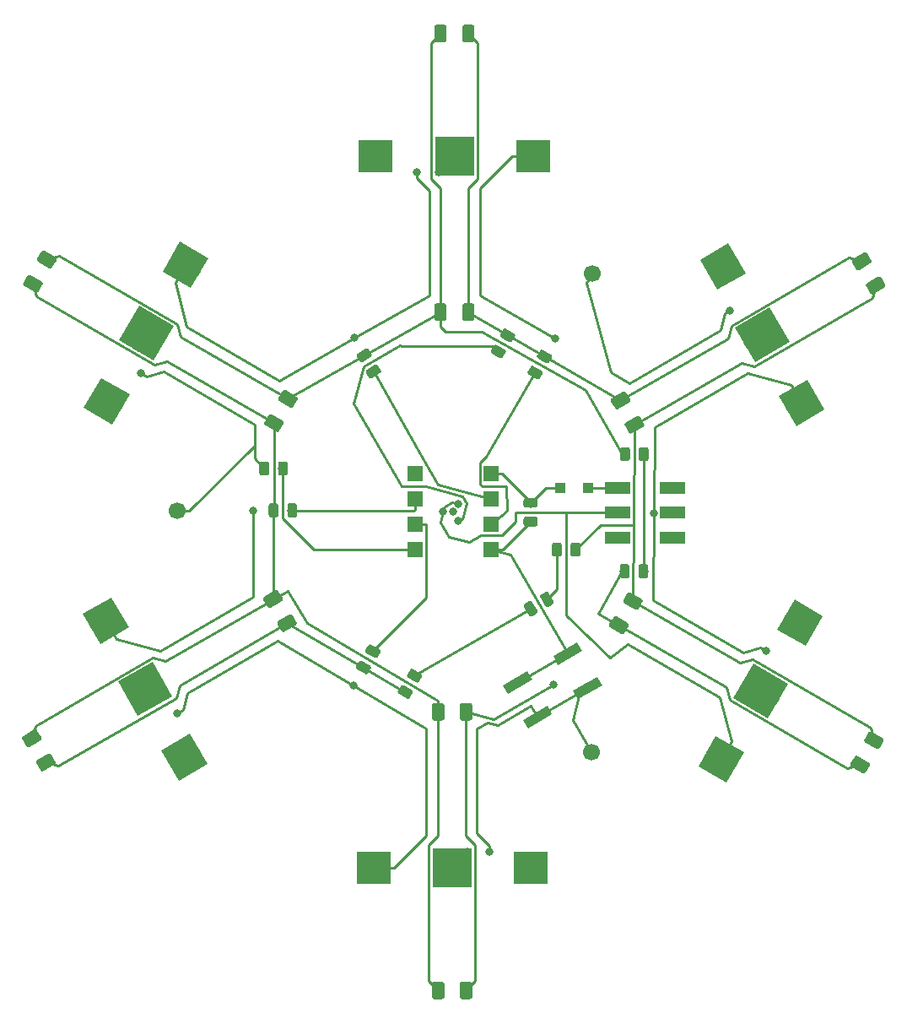
<source format=gtl>
G04 #@! TF.GenerationSoftware,KiCad,Pcbnew,(5.1.0)-1*
G04 #@! TF.CreationDate,2019-12-07T09:56:38-05:00*
G04 #@! TF.ProjectId,snowflake,736e6f77-666c-4616-9b65-2e6b69636164,rev?*
G04 #@! TF.SameCoordinates,Original*
G04 #@! TF.FileFunction,Copper,L1,Top*
G04 #@! TF.FilePolarity,Positive*
%FSLAX46Y46*%
G04 Gerber Fmt 4.6, Leading zero omitted, Abs format (unit mm)*
G04 Created by KiCad (PCBNEW (5.1.0)-1) date 2019-12-07 09:56:38*
%MOMM*%
%LPD*%
G04 APERTURE LIST*
%ADD10C,3.300000*%
%ADD11C,0.100000*%
%ADD12C,4.000000*%
%ADD13R,3.500000X3.300000*%
%ADD14R,4.000000X4.000000*%
%ADD15R,1.100000X1.100000*%
%ADD16C,1.700000*%
%ADD17C,0.975000*%
%ADD18C,1.250000*%
%ADD19C,1.000000*%
%ADD20R,1.600000X1.600000*%
%ADD21R,2.500000X1.200000*%
%ADD22C,0.800000*%
%ADD23C,0.250000*%
G04 APERTURE END LIST*
D10*
X113692319Y-133029656D03*
D11*
G36*
X111388377Y-132339112D02*
G01*
X114246261Y-130689112D01*
X115996261Y-133720200D01*
X113138377Y-135370200D01*
X111388377Y-132339112D01*
X111388377Y-132339112D01*
G37*
D10*
X121592319Y-146712858D03*
D11*
G36*
X119288377Y-146022314D02*
G01*
X122146261Y-144372314D01*
X123896261Y-147403402D01*
X121038377Y-149053402D01*
X119288377Y-146022314D01*
X119288377Y-146022314D01*
G37*
D12*
X117642319Y-139871257D03*
D11*
G36*
X114910268Y-139139206D02*
G01*
X118374370Y-137139206D01*
X120374370Y-140603308D01*
X116910268Y-142603308D01*
X114910268Y-139139206D01*
X114910268Y-139139206D01*
G37*
D12*
X117745542Y-104177726D03*
D11*
G36*
X117013491Y-101445675D02*
G01*
X120477593Y-103445675D01*
X118477593Y-106909777D01*
X115013491Y-104909777D01*
X117013491Y-101445675D01*
X117013491Y-101445675D01*
G37*
D10*
X113795542Y-111019327D03*
D11*
G36*
X113241600Y-108678783D02*
G01*
X116099484Y-110328783D01*
X114349484Y-113359871D01*
X111491600Y-111709871D01*
X113241600Y-108678783D01*
X113241600Y-108678783D01*
G37*
D10*
X121695542Y-97336125D03*
D11*
G36*
X121141600Y-94995581D02*
G01*
X123999484Y-96645581D01*
X122249484Y-99676669D01*
X119391600Y-98026669D01*
X121141600Y-94995581D01*
X121141600Y-94995581D01*
G37*
D13*
X156573060Y-86464980D03*
X140773060Y-86464980D03*
D14*
X148673060Y-86464980D03*
D12*
X179572272Y-104347270D03*
D11*
G36*
X182304323Y-105079321D02*
G01*
X178840221Y-107079321D01*
X176840221Y-103615219D01*
X180304323Y-101615219D01*
X182304323Y-105079321D01*
X182304323Y-105079321D01*
G37*
D10*
X175622272Y-97505669D03*
D11*
G36*
X177926214Y-98196213D02*
G01*
X175068330Y-99846213D01*
X173318330Y-96815125D01*
X176176214Y-95165125D01*
X177926214Y-98196213D01*
X177926214Y-98196213D01*
G37*
D10*
X183522272Y-111188871D03*
D11*
G36*
X185826214Y-111879415D02*
G01*
X182968330Y-113529415D01*
X181218330Y-110498327D01*
X184076214Y-108848327D01*
X185826214Y-111879415D01*
X185826214Y-111879415D01*
G37*
D10*
X175461915Y-146921563D03*
D11*
G36*
X176015857Y-149262107D02*
G01*
X173157973Y-147612107D01*
X174907973Y-144581019D01*
X177765857Y-146231019D01*
X176015857Y-149262107D01*
X176015857Y-149262107D01*
G37*
D10*
X183361915Y-133238361D03*
D11*
G36*
X183915857Y-135578905D02*
G01*
X181057973Y-133928905D01*
X182807973Y-130897817D01*
X185665857Y-132547817D01*
X183915857Y-135578905D01*
X183915857Y-135578905D01*
G37*
D12*
X179411915Y-140079962D03*
D11*
G36*
X180143966Y-142812013D02*
G01*
X176679864Y-140812013D01*
X178679864Y-137347911D01*
X182143966Y-139347911D01*
X180143966Y-142812013D01*
X180143966Y-142812013D01*
G37*
D13*
X140547085Y-157787408D03*
X156347085Y-157787408D03*
D14*
X148447085Y-157787408D03*
D15*
X159255000Y-119684800D03*
X162055000Y-119684800D03*
D16*
X162548081Y-98177780D03*
D11*
G36*
X129860201Y-117060944D02*
G01*
X129883862Y-117064454D01*
X129907066Y-117070266D01*
X129929588Y-117078324D01*
X129951212Y-117088552D01*
X129971729Y-117100849D01*
X129990942Y-117115099D01*
X130008666Y-117131163D01*
X130024730Y-117148887D01*
X130038980Y-117168100D01*
X130051277Y-117188617D01*
X130061505Y-117210241D01*
X130069563Y-117232763D01*
X130075375Y-117255967D01*
X130078885Y-117279628D01*
X130080059Y-117303520D01*
X130080059Y-118216020D01*
X130078885Y-118239912D01*
X130075375Y-118263573D01*
X130069563Y-118286777D01*
X130061505Y-118309299D01*
X130051277Y-118330923D01*
X130038980Y-118351440D01*
X130024730Y-118370653D01*
X130008666Y-118388377D01*
X129990942Y-118404441D01*
X129971729Y-118418691D01*
X129951212Y-118430988D01*
X129929588Y-118441216D01*
X129907066Y-118449274D01*
X129883862Y-118455086D01*
X129860201Y-118458596D01*
X129836309Y-118459770D01*
X129348809Y-118459770D01*
X129324917Y-118458596D01*
X129301256Y-118455086D01*
X129278052Y-118449274D01*
X129255530Y-118441216D01*
X129233906Y-118430988D01*
X129213389Y-118418691D01*
X129194176Y-118404441D01*
X129176452Y-118388377D01*
X129160388Y-118370653D01*
X129146138Y-118351440D01*
X129133841Y-118330923D01*
X129123613Y-118309299D01*
X129115555Y-118286777D01*
X129109743Y-118263573D01*
X129106233Y-118239912D01*
X129105059Y-118216020D01*
X129105059Y-117303520D01*
X129106233Y-117279628D01*
X129109743Y-117255967D01*
X129115555Y-117232763D01*
X129123613Y-117210241D01*
X129133841Y-117188617D01*
X129146138Y-117168100D01*
X129160388Y-117148887D01*
X129176452Y-117131163D01*
X129194176Y-117115099D01*
X129213389Y-117100849D01*
X129233906Y-117088552D01*
X129255530Y-117078324D01*
X129278052Y-117070266D01*
X129301256Y-117064454D01*
X129324917Y-117060944D01*
X129348809Y-117059770D01*
X129836309Y-117059770D01*
X129860201Y-117060944D01*
X129860201Y-117060944D01*
G37*
D17*
X129592559Y-117759770D03*
D11*
G36*
X131735201Y-117060944D02*
G01*
X131758862Y-117064454D01*
X131782066Y-117070266D01*
X131804588Y-117078324D01*
X131826212Y-117088552D01*
X131846729Y-117100849D01*
X131865942Y-117115099D01*
X131883666Y-117131163D01*
X131899730Y-117148887D01*
X131913980Y-117168100D01*
X131926277Y-117188617D01*
X131936505Y-117210241D01*
X131944563Y-117232763D01*
X131950375Y-117255967D01*
X131953885Y-117279628D01*
X131955059Y-117303520D01*
X131955059Y-118216020D01*
X131953885Y-118239912D01*
X131950375Y-118263573D01*
X131944563Y-118286777D01*
X131936505Y-118309299D01*
X131926277Y-118330923D01*
X131913980Y-118351440D01*
X131899730Y-118370653D01*
X131883666Y-118388377D01*
X131865942Y-118404441D01*
X131846729Y-118418691D01*
X131826212Y-118430988D01*
X131804588Y-118441216D01*
X131782066Y-118449274D01*
X131758862Y-118455086D01*
X131735201Y-118458596D01*
X131711309Y-118459770D01*
X131223809Y-118459770D01*
X131199917Y-118458596D01*
X131176256Y-118455086D01*
X131153052Y-118449274D01*
X131130530Y-118441216D01*
X131108906Y-118430988D01*
X131088389Y-118418691D01*
X131069176Y-118404441D01*
X131051452Y-118388377D01*
X131035388Y-118370653D01*
X131021138Y-118351440D01*
X131008841Y-118330923D01*
X130998613Y-118309299D01*
X130990555Y-118286777D01*
X130984743Y-118263573D01*
X130981233Y-118239912D01*
X130980059Y-118216020D01*
X130980059Y-117303520D01*
X130981233Y-117279628D01*
X130984743Y-117255967D01*
X130990555Y-117232763D01*
X130998613Y-117210241D01*
X131008841Y-117188617D01*
X131021138Y-117168100D01*
X131035388Y-117148887D01*
X131051452Y-117131163D01*
X131069176Y-117115099D01*
X131088389Y-117100849D01*
X131108906Y-117088552D01*
X131130530Y-117078324D01*
X131153052Y-117070266D01*
X131176256Y-117064454D01*
X131199917Y-117060944D01*
X131223809Y-117059770D01*
X131711309Y-117059770D01*
X131735201Y-117060944D01*
X131735201Y-117060944D01*
G37*
D17*
X131467559Y-117759770D03*
D16*
X162390713Y-146235264D03*
X120873012Y-122009466D03*
D11*
G36*
X161095564Y-125202699D02*
G01*
X161119225Y-125206209D01*
X161142429Y-125212021D01*
X161164951Y-125220079D01*
X161186575Y-125230307D01*
X161207092Y-125242604D01*
X161226305Y-125256854D01*
X161244029Y-125272918D01*
X161260093Y-125290642D01*
X161274343Y-125309855D01*
X161286640Y-125330372D01*
X161296868Y-125351996D01*
X161304926Y-125374518D01*
X161310738Y-125397722D01*
X161314248Y-125421383D01*
X161315422Y-125445275D01*
X161315422Y-126357775D01*
X161314248Y-126381667D01*
X161310738Y-126405328D01*
X161304926Y-126428532D01*
X161296868Y-126451054D01*
X161286640Y-126472678D01*
X161274343Y-126493195D01*
X161260093Y-126512408D01*
X161244029Y-126530132D01*
X161226305Y-126546196D01*
X161207092Y-126560446D01*
X161186575Y-126572743D01*
X161164951Y-126582971D01*
X161142429Y-126591029D01*
X161119225Y-126596841D01*
X161095564Y-126600351D01*
X161071672Y-126601525D01*
X160584172Y-126601525D01*
X160560280Y-126600351D01*
X160536619Y-126596841D01*
X160513415Y-126591029D01*
X160490893Y-126582971D01*
X160469269Y-126572743D01*
X160448752Y-126560446D01*
X160429539Y-126546196D01*
X160411815Y-126530132D01*
X160395751Y-126512408D01*
X160381501Y-126493195D01*
X160369204Y-126472678D01*
X160358976Y-126451054D01*
X160350918Y-126428532D01*
X160345106Y-126405328D01*
X160341596Y-126381667D01*
X160340422Y-126357775D01*
X160340422Y-125445275D01*
X160341596Y-125421383D01*
X160345106Y-125397722D01*
X160350918Y-125374518D01*
X160358976Y-125351996D01*
X160369204Y-125330372D01*
X160381501Y-125309855D01*
X160395751Y-125290642D01*
X160411815Y-125272918D01*
X160429539Y-125256854D01*
X160448752Y-125242604D01*
X160469269Y-125230307D01*
X160490893Y-125220079D01*
X160513415Y-125212021D01*
X160536619Y-125206209D01*
X160560280Y-125202699D01*
X160584172Y-125201525D01*
X161071672Y-125201525D01*
X161095564Y-125202699D01*
X161095564Y-125202699D01*
G37*
D17*
X160827922Y-125901525D03*
D11*
G36*
X159220564Y-125202699D02*
G01*
X159244225Y-125206209D01*
X159267429Y-125212021D01*
X159289951Y-125220079D01*
X159311575Y-125230307D01*
X159332092Y-125242604D01*
X159351305Y-125256854D01*
X159369029Y-125272918D01*
X159385093Y-125290642D01*
X159399343Y-125309855D01*
X159411640Y-125330372D01*
X159421868Y-125351996D01*
X159429926Y-125374518D01*
X159435738Y-125397722D01*
X159439248Y-125421383D01*
X159440422Y-125445275D01*
X159440422Y-126357775D01*
X159439248Y-126381667D01*
X159435738Y-126405328D01*
X159429926Y-126428532D01*
X159421868Y-126451054D01*
X159411640Y-126472678D01*
X159399343Y-126493195D01*
X159385093Y-126512408D01*
X159369029Y-126530132D01*
X159351305Y-126546196D01*
X159332092Y-126560446D01*
X159311575Y-126572743D01*
X159289951Y-126582971D01*
X159267429Y-126591029D01*
X159244225Y-126596841D01*
X159220564Y-126600351D01*
X159196672Y-126601525D01*
X158709172Y-126601525D01*
X158685280Y-126600351D01*
X158661619Y-126596841D01*
X158638415Y-126591029D01*
X158615893Y-126582971D01*
X158594269Y-126572743D01*
X158573752Y-126560446D01*
X158554539Y-126546196D01*
X158536815Y-126530132D01*
X158520751Y-126512408D01*
X158506501Y-126493195D01*
X158494204Y-126472678D01*
X158483976Y-126451054D01*
X158475918Y-126428532D01*
X158470106Y-126405328D01*
X158466596Y-126381667D01*
X158465422Y-126357775D01*
X158465422Y-125445275D01*
X158466596Y-125421383D01*
X158470106Y-125397722D01*
X158475918Y-125374518D01*
X158483976Y-125351996D01*
X158494204Y-125330372D01*
X158506501Y-125309855D01*
X158520751Y-125290642D01*
X158536815Y-125272918D01*
X158554539Y-125256854D01*
X158573752Y-125242604D01*
X158594269Y-125230307D01*
X158615893Y-125220079D01*
X158638415Y-125212021D01*
X158661619Y-125206209D01*
X158685280Y-125202699D01*
X158709172Y-125201525D01*
X159196672Y-125201525D01*
X159220564Y-125202699D01*
X159220564Y-125202699D01*
G37*
D17*
X158952922Y-125901525D03*
D11*
G36*
X157956224Y-130128859D02*
G01*
X157979988Y-130131593D01*
X158003369Y-130136643D01*
X158026143Y-130143960D01*
X158048090Y-130153474D01*
X158068999Y-130165094D01*
X158088668Y-130178707D01*
X158106908Y-130194183D01*
X158123543Y-130211372D01*
X158138413Y-130230108D01*
X158151376Y-130250212D01*
X158607626Y-131040460D01*
X158618555Y-131061738D01*
X158627346Y-131083984D01*
X158633915Y-131106985D01*
X158638197Y-131130519D01*
X158640151Y-131154360D01*
X158639760Y-131178277D01*
X158637026Y-131202041D01*
X158631976Y-131225422D01*
X158624659Y-131248196D01*
X158615145Y-131270143D01*
X158603525Y-131291052D01*
X158589912Y-131310721D01*
X158574436Y-131328961D01*
X158557248Y-131345596D01*
X158538511Y-131360466D01*
X158518407Y-131373429D01*
X158096219Y-131617179D01*
X158074941Y-131628108D01*
X158052695Y-131636899D01*
X158029694Y-131643468D01*
X158006160Y-131647750D01*
X157982319Y-131649704D01*
X157958402Y-131649313D01*
X157934638Y-131646579D01*
X157911257Y-131641529D01*
X157888483Y-131634212D01*
X157866536Y-131624698D01*
X157845627Y-131613078D01*
X157825958Y-131599465D01*
X157807718Y-131583989D01*
X157791083Y-131566800D01*
X157776213Y-131548064D01*
X157763250Y-131527960D01*
X157307000Y-130737712D01*
X157296071Y-130716434D01*
X157287280Y-130694188D01*
X157280711Y-130671187D01*
X157276429Y-130647653D01*
X157274475Y-130623812D01*
X157274866Y-130599895D01*
X157277600Y-130576131D01*
X157282650Y-130552750D01*
X157289967Y-130529976D01*
X157299481Y-130508029D01*
X157311101Y-130487120D01*
X157324714Y-130467451D01*
X157340190Y-130449211D01*
X157357378Y-130432576D01*
X157376115Y-130417706D01*
X157396219Y-130404743D01*
X157818407Y-130160993D01*
X157839685Y-130150064D01*
X157861931Y-130141273D01*
X157884932Y-130134704D01*
X157908466Y-130130422D01*
X157932307Y-130128468D01*
X157956224Y-130128859D01*
X157956224Y-130128859D01*
G37*
D17*
X157957313Y-130889086D03*
D11*
G36*
X156332426Y-131066359D02*
G01*
X156356190Y-131069093D01*
X156379571Y-131074143D01*
X156402345Y-131081460D01*
X156424292Y-131090974D01*
X156445201Y-131102594D01*
X156464870Y-131116207D01*
X156483110Y-131131683D01*
X156499745Y-131148872D01*
X156514615Y-131167608D01*
X156527578Y-131187712D01*
X156983828Y-131977960D01*
X156994757Y-131999238D01*
X157003548Y-132021484D01*
X157010117Y-132044485D01*
X157014399Y-132068019D01*
X157016353Y-132091860D01*
X157015962Y-132115777D01*
X157013228Y-132139541D01*
X157008178Y-132162922D01*
X157000861Y-132185696D01*
X156991347Y-132207643D01*
X156979727Y-132228552D01*
X156966114Y-132248221D01*
X156950638Y-132266461D01*
X156933450Y-132283096D01*
X156914713Y-132297966D01*
X156894609Y-132310929D01*
X156472421Y-132554679D01*
X156451143Y-132565608D01*
X156428897Y-132574399D01*
X156405896Y-132580968D01*
X156382362Y-132585250D01*
X156358521Y-132587204D01*
X156334604Y-132586813D01*
X156310840Y-132584079D01*
X156287459Y-132579029D01*
X156264685Y-132571712D01*
X156242738Y-132562198D01*
X156221829Y-132550578D01*
X156202160Y-132536965D01*
X156183920Y-132521489D01*
X156167285Y-132504300D01*
X156152415Y-132485564D01*
X156139452Y-132465460D01*
X155683202Y-131675212D01*
X155672273Y-131653934D01*
X155663482Y-131631688D01*
X155656913Y-131608687D01*
X155652631Y-131585153D01*
X155650677Y-131561312D01*
X155651068Y-131537395D01*
X155653802Y-131513631D01*
X155658852Y-131490250D01*
X155666169Y-131467476D01*
X155675683Y-131445529D01*
X155687303Y-131424620D01*
X155700916Y-131404951D01*
X155716392Y-131386711D01*
X155733580Y-131370076D01*
X155752317Y-131355206D01*
X155772421Y-131342243D01*
X156194609Y-131098493D01*
X156215887Y-131087564D01*
X156238133Y-131078773D01*
X156261134Y-131072204D01*
X156284668Y-131067922D01*
X156308509Y-131065968D01*
X156332426Y-131066359D01*
X156332426Y-131066359D01*
G37*
D17*
X156333515Y-131826586D03*
D11*
G36*
X153773185Y-103726839D02*
G01*
X153796719Y-103731121D01*
X153819720Y-103737690D01*
X153841966Y-103746481D01*
X153863244Y-103757410D01*
X154653492Y-104213660D01*
X154673596Y-104226623D01*
X154692333Y-104241493D01*
X154709521Y-104258128D01*
X154724997Y-104276368D01*
X154738610Y-104296037D01*
X154750230Y-104316946D01*
X154759744Y-104338893D01*
X154767061Y-104361667D01*
X154772111Y-104385048D01*
X154774845Y-104408812D01*
X154775236Y-104432729D01*
X154773282Y-104456570D01*
X154769000Y-104480104D01*
X154762431Y-104503105D01*
X154753640Y-104525351D01*
X154742711Y-104546629D01*
X154498961Y-104968817D01*
X154485998Y-104988921D01*
X154471128Y-105007657D01*
X154454493Y-105024846D01*
X154436253Y-105040322D01*
X154416584Y-105053935D01*
X154395675Y-105065555D01*
X154373728Y-105075069D01*
X154350954Y-105082386D01*
X154327573Y-105087436D01*
X154303809Y-105090170D01*
X154279892Y-105090561D01*
X154256051Y-105088607D01*
X154232517Y-105084325D01*
X154209516Y-105077756D01*
X154187270Y-105068965D01*
X154165992Y-105058036D01*
X153375744Y-104601786D01*
X153355640Y-104588823D01*
X153336903Y-104573953D01*
X153319715Y-104557318D01*
X153304239Y-104539078D01*
X153290626Y-104519409D01*
X153279006Y-104498500D01*
X153269492Y-104476553D01*
X153262175Y-104453779D01*
X153257125Y-104430398D01*
X153254391Y-104406634D01*
X153254000Y-104382717D01*
X153255954Y-104358876D01*
X153260236Y-104335342D01*
X153266805Y-104312341D01*
X153275596Y-104290095D01*
X153286525Y-104268817D01*
X153530275Y-103846629D01*
X153543238Y-103826525D01*
X153558108Y-103807789D01*
X153574743Y-103790600D01*
X153592983Y-103775124D01*
X153612652Y-103761511D01*
X153633561Y-103749891D01*
X153655508Y-103740377D01*
X153678282Y-103733060D01*
X153701663Y-103728010D01*
X153725427Y-103725276D01*
X153749344Y-103724885D01*
X153773185Y-103726839D01*
X153773185Y-103726839D01*
G37*
D17*
X154014618Y-104407723D03*
D11*
G36*
X152835685Y-105350637D02*
G01*
X152859219Y-105354919D01*
X152882220Y-105361488D01*
X152904466Y-105370279D01*
X152925744Y-105381208D01*
X153715992Y-105837458D01*
X153736096Y-105850421D01*
X153754833Y-105865291D01*
X153772021Y-105881926D01*
X153787497Y-105900166D01*
X153801110Y-105919835D01*
X153812730Y-105940744D01*
X153822244Y-105962691D01*
X153829561Y-105985465D01*
X153834611Y-106008846D01*
X153837345Y-106032610D01*
X153837736Y-106056527D01*
X153835782Y-106080368D01*
X153831500Y-106103902D01*
X153824931Y-106126903D01*
X153816140Y-106149149D01*
X153805211Y-106170427D01*
X153561461Y-106592615D01*
X153548498Y-106612719D01*
X153533628Y-106631455D01*
X153516993Y-106648644D01*
X153498753Y-106664120D01*
X153479084Y-106677733D01*
X153458175Y-106689353D01*
X153436228Y-106698867D01*
X153413454Y-106706184D01*
X153390073Y-106711234D01*
X153366309Y-106713968D01*
X153342392Y-106714359D01*
X153318551Y-106712405D01*
X153295017Y-106708123D01*
X153272016Y-106701554D01*
X153249770Y-106692763D01*
X153228492Y-106681834D01*
X152438244Y-106225584D01*
X152418140Y-106212621D01*
X152399403Y-106197751D01*
X152382215Y-106181116D01*
X152366739Y-106162876D01*
X152353126Y-106143207D01*
X152341506Y-106122298D01*
X152331992Y-106100351D01*
X152324675Y-106077577D01*
X152319625Y-106054196D01*
X152316891Y-106030432D01*
X152316500Y-106006515D01*
X152318454Y-105982674D01*
X152322736Y-105959140D01*
X152329305Y-105936139D01*
X152338096Y-105913893D01*
X152349025Y-105892615D01*
X152592775Y-105470427D01*
X152605738Y-105450323D01*
X152620608Y-105431587D01*
X152637243Y-105414398D01*
X152655483Y-105398922D01*
X152675152Y-105385309D01*
X152696061Y-105373689D01*
X152718008Y-105364175D01*
X152740782Y-105356858D01*
X152764163Y-105351808D01*
X152787927Y-105349074D01*
X152811844Y-105348683D01*
X152835685Y-105350637D01*
X152835685Y-105350637D01*
G37*
D17*
X153077118Y-106031521D03*
D11*
G36*
X143506208Y-139492502D02*
G01*
X143529742Y-139496784D01*
X143552743Y-139503353D01*
X143574989Y-139512144D01*
X143596267Y-139523073D01*
X144386515Y-139979323D01*
X144406619Y-139992286D01*
X144425356Y-140007156D01*
X144442544Y-140023791D01*
X144458020Y-140042031D01*
X144471633Y-140061700D01*
X144483253Y-140082609D01*
X144492767Y-140104556D01*
X144500084Y-140127330D01*
X144505134Y-140150711D01*
X144507868Y-140174475D01*
X144508259Y-140198392D01*
X144506305Y-140222233D01*
X144502023Y-140245767D01*
X144495454Y-140268768D01*
X144486663Y-140291014D01*
X144475734Y-140312292D01*
X144231984Y-140734480D01*
X144219021Y-140754584D01*
X144204151Y-140773320D01*
X144187516Y-140790509D01*
X144169276Y-140805985D01*
X144149607Y-140819598D01*
X144128698Y-140831218D01*
X144106751Y-140840732D01*
X144083977Y-140848049D01*
X144060596Y-140853099D01*
X144036832Y-140855833D01*
X144012915Y-140856224D01*
X143989074Y-140854270D01*
X143965540Y-140849988D01*
X143942539Y-140843419D01*
X143920293Y-140834628D01*
X143899015Y-140823699D01*
X143108767Y-140367449D01*
X143088663Y-140354486D01*
X143069926Y-140339616D01*
X143052738Y-140322981D01*
X143037262Y-140304741D01*
X143023649Y-140285072D01*
X143012029Y-140264163D01*
X143002515Y-140242216D01*
X142995198Y-140219442D01*
X142990148Y-140196061D01*
X142987414Y-140172297D01*
X142987023Y-140148380D01*
X142988977Y-140124539D01*
X142993259Y-140101005D01*
X142999828Y-140078004D01*
X143008619Y-140055758D01*
X143019548Y-140034480D01*
X143263298Y-139612292D01*
X143276261Y-139592188D01*
X143291131Y-139573452D01*
X143307766Y-139556263D01*
X143326006Y-139540787D01*
X143345675Y-139527174D01*
X143366584Y-139515554D01*
X143388531Y-139506040D01*
X143411305Y-139498723D01*
X143434686Y-139493673D01*
X143458450Y-139490939D01*
X143482367Y-139490548D01*
X143506208Y-139492502D01*
X143506208Y-139492502D01*
G37*
D17*
X143747641Y-140173386D03*
D11*
G36*
X144443708Y-137868704D02*
G01*
X144467242Y-137872986D01*
X144490243Y-137879555D01*
X144512489Y-137888346D01*
X144533767Y-137899275D01*
X145324015Y-138355525D01*
X145344119Y-138368488D01*
X145362856Y-138383358D01*
X145380044Y-138399993D01*
X145395520Y-138418233D01*
X145409133Y-138437902D01*
X145420753Y-138458811D01*
X145430267Y-138480758D01*
X145437584Y-138503532D01*
X145442634Y-138526913D01*
X145445368Y-138550677D01*
X145445759Y-138574594D01*
X145443805Y-138598435D01*
X145439523Y-138621969D01*
X145432954Y-138644970D01*
X145424163Y-138667216D01*
X145413234Y-138688494D01*
X145169484Y-139110682D01*
X145156521Y-139130786D01*
X145141651Y-139149522D01*
X145125016Y-139166711D01*
X145106776Y-139182187D01*
X145087107Y-139195800D01*
X145066198Y-139207420D01*
X145044251Y-139216934D01*
X145021477Y-139224251D01*
X144998096Y-139229301D01*
X144974332Y-139232035D01*
X144950415Y-139232426D01*
X144926574Y-139230472D01*
X144903040Y-139226190D01*
X144880039Y-139219621D01*
X144857793Y-139210830D01*
X144836515Y-139199901D01*
X144046267Y-138743651D01*
X144026163Y-138730688D01*
X144007426Y-138715818D01*
X143990238Y-138699183D01*
X143974762Y-138680943D01*
X143961149Y-138661274D01*
X143949529Y-138640365D01*
X143940015Y-138618418D01*
X143932698Y-138595644D01*
X143927648Y-138572263D01*
X143924914Y-138548499D01*
X143924523Y-138524582D01*
X143926477Y-138500741D01*
X143930759Y-138477207D01*
X143937328Y-138454206D01*
X143946119Y-138431960D01*
X143957048Y-138410682D01*
X144200798Y-137988494D01*
X144213761Y-137968390D01*
X144228631Y-137949654D01*
X144245266Y-137932465D01*
X144263506Y-137916989D01*
X144283175Y-137903376D01*
X144304084Y-137891756D01*
X144326031Y-137882242D01*
X144348805Y-137874925D01*
X144372186Y-137869875D01*
X144395950Y-137867141D01*
X144419867Y-137866750D01*
X144443708Y-137868704D01*
X144443708Y-137868704D01*
G37*
D17*
X144685141Y-138549588D03*
D11*
G36*
X167936905Y-115616093D02*
G01*
X167960566Y-115619603D01*
X167983770Y-115625415D01*
X168006292Y-115633473D01*
X168027916Y-115643701D01*
X168048433Y-115655998D01*
X168067646Y-115670248D01*
X168085370Y-115686312D01*
X168101434Y-115704036D01*
X168115684Y-115723249D01*
X168127981Y-115743766D01*
X168138209Y-115765390D01*
X168146267Y-115787912D01*
X168152079Y-115811116D01*
X168155589Y-115834777D01*
X168156763Y-115858669D01*
X168156763Y-116771169D01*
X168155589Y-116795061D01*
X168152079Y-116818722D01*
X168146267Y-116841926D01*
X168138209Y-116864448D01*
X168127981Y-116886072D01*
X168115684Y-116906589D01*
X168101434Y-116925802D01*
X168085370Y-116943526D01*
X168067646Y-116959590D01*
X168048433Y-116973840D01*
X168027916Y-116986137D01*
X168006292Y-116996365D01*
X167983770Y-117004423D01*
X167960566Y-117010235D01*
X167936905Y-117013745D01*
X167913013Y-117014919D01*
X167425513Y-117014919D01*
X167401621Y-117013745D01*
X167377960Y-117010235D01*
X167354756Y-117004423D01*
X167332234Y-116996365D01*
X167310610Y-116986137D01*
X167290093Y-116973840D01*
X167270880Y-116959590D01*
X167253156Y-116943526D01*
X167237092Y-116925802D01*
X167222842Y-116906589D01*
X167210545Y-116886072D01*
X167200317Y-116864448D01*
X167192259Y-116841926D01*
X167186447Y-116818722D01*
X167182937Y-116795061D01*
X167181763Y-116771169D01*
X167181763Y-115858669D01*
X167182937Y-115834777D01*
X167186447Y-115811116D01*
X167192259Y-115787912D01*
X167200317Y-115765390D01*
X167210545Y-115743766D01*
X167222842Y-115723249D01*
X167237092Y-115704036D01*
X167253156Y-115686312D01*
X167270880Y-115670248D01*
X167290093Y-115655998D01*
X167310610Y-115643701D01*
X167332234Y-115633473D01*
X167354756Y-115625415D01*
X167377960Y-115619603D01*
X167401621Y-115616093D01*
X167425513Y-115614919D01*
X167913013Y-115614919D01*
X167936905Y-115616093D01*
X167936905Y-115616093D01*
G37*
D17*
X167669263Y-116314919D03*
D11*
G36*
X166061905Y-115616093D02*
G01*
X166085566Y-115619603D01*
X166108770Y-115625415D01*
X166131292Y-115633473D01*
X166152916Y-115643701D01*
X166173433Y-115655998D01*
X166192646Y-115670248D01*
X166210370Y-115686312D01*
X166226434Y-115704036D01*
X166240684Y-115723249D01*
X166252981Y-115743766D01*
X166263209Y-115765390D01*
X166271267Y-115787912D01*
X166277079Y-115811116D01*
X166280589Y-115834777D01*
X166281763Y-115858669D01*
X166281763Y-116771169D01*
X166280589Y-116795061D01*
X166277079Y-116818722D01*
X166271267Y-116841926D01*
X166263209Y-116864448D01*
X166252981Y-116886072D01*
X166240684Y-116906589D01*
X166226434Y-116925802D01*
X166210370Y-116943526D01*
X166192646Y-116959590D01*
X166173433Y-116973840D01*
X166152916Y-116986137D01*
X166131292Y-116996365D01*
X166108770Y-117004423D01*
X166085566Y-117010235D01*
X166061905Y-117013745D01*
X166038013Y-117014919D01*
X165550513Y-117014919D01*
X165526621Y-117013745D01*
X165502960Y-117010235D01*
X165479756Y-117004423D01*
X165457234Y-116996365D01*
X165435610Y-116986137D01*
X165415093Y-116973840D01*
X165395880Y-116959590D01*
X165378156Y-116943526D01*
X165362092Y-116925802D01*
X165347842Y-116906589D01*
X165335545Y-116886072D01*
X165325317Y-116864448D01*
X165317259Y-116841926D01*
X165311447Y-116818722D01*
X165307937Y-116795061D01*
X165306763Y-116771169D01*
X165306763Y-115858669D01*
X165307937Y-115834777D01*
X165311447Y-115811116D01*
X165317259Y-115787912D01*
X165325317Y-115765390D01*
X165335545Y-115743766D01*
X165347842Y-115723249D01*
X165362092Y-115704036D01*
X165378156Y-115686312D01*
X165395880Y-115670248D01*
X165415093Y-115655998D01*
X165435610Y-115643701D01*
X165457234Y-115633473D01*
X165479756Y-115625415D01*
X165502960Y-115619603D01*
X165526621Y-115616093D01*
X165550513Y-115614919D01*
X166038013Y-115614919D01*
X166061905Y-115616093D01*
X166061905Y-115616093D01*
G37*
D17*
X165794263Y-116314919D03*
D11*
G36*
X167903525Y-127357909D02*
G01*
X167927186Y-127361419D01*
X167950390Y-127367231D01*
X167972912Y-127375289D01*
X167994536Y-127385517D01*
X168015053Y-127397814D01*
X168034266Y-127412064D01*
X168051990Y-127428128D01*
X168068054Y-127445852D01*
X168082304Y-127465065D01*
X168094601Y-127485582D01*
X168104829Y-127507206D01*
X168112887Y-127529728D01*
X168118699Y-127552932D01*
X168122209Y-127576593D01*
X168123383Y-127600485D01*
X168123383Y-128512985D01*
X168122209Y-128536877D01*
X168118699Y-128560538D01*
X168112887Y-128583742D01*
X168104829Y-128606264D01*
X168094601Y-128627888D01*
X168082304Y-128648405D01*
X168068054Y-128667618D01*
X168051990Y-128685342D01*
X168034266Y-128701406D01*
X168015053Y-128715656D01*
X167994536Y-128727953D01*
X167972912Y-128738181D01*
X167950390Y-128746239D01*
X167927186Y-128752051D01*
X167903525Y-128755561D01*
X167879633Y-128756735D01*
X167392133Y-128756735D01*
X167368241Y-128755561D01*
X167344580Y-128752051D01*
X167321376Y-128746239D01*
X167298854Y-128738181D01*
X167277230Y-128727953D01*
X167256713Y-128715656D01*
X167237500Y-128701406D01*
X167219776Y-128685342D01*
X167203712Y-128667618D01*
X167189462Y-128648405D01*
X167177165Y-128627888D01*
X167166937Y-128606264D01*
X167158879Y-128583742D01*
X167153067Y-128560538D01*
X167149557Y-128536877D01*
X167148383Y-128512985D01*
X167148383Y-127600485D01*
X167149557Y-127576593D01*
X167153067Y-127552932D01*
X167158879Y-127529728D01*
X167166937Y-127507206D01*
X167177165Y-127485582D01*
X167189462Y-127465065D01*
X167203712Y-127445852D01*
X167219776Y-127428128D01*
X167237500Y-127412064D01*
X167256713Y-127397814D01*
X167277230Y-127385517D01*
X167298854Y-127375289D01*
X167321376Y-127367231D01*
X167344580Y-127361419D01*
X167368241Y-127357909D01*
X167392133Y-127356735D01*
X167879633Y-127356735D01*
X167903525Y-127357909D01*
X167903525Y-127357909D01*
G37*
D17*
X167635883Y-128056735D03*
D11*
G36*
X166028525Y-127357909D02*
G01*
X166052186Y-127361419D01*
X166075390Y-127367231D01*
X166097912Y-127375289D01*
X166119536Y-127385517D01*
X166140053Y-127397814D01*
X166159266Y-127412064D01*
X166176990Y-127428128D01*
X166193054Y-127445852D01*
X166207304Y-127465065D01*
X166219601Y-127485582D01*
X166229829Y-127507206D01*
X166237887Y-127529728D01*
X166243699Y-127552932D01*
X166247209Y-127576593D01*
X166248383Y-127600485D01*
X166248383Y-128512985D01*
X166247209Y-128536877D01*
X166243699Y-128560538D01*
X166237887Y-128583742D01*
X166229829Y-128606264D01*
X166219601Y-128627888D01*
X166207304Y-128648405D01*
X166193054Y-128667618D01*
X166176990Y-128685342D01*
X166159266Y-128701406D01*
X166140053Y-128715656D01*
X166119536Y-128727953D01*
X166097912Y-128738181D01*
X166075390Y-128746239D01*
X166052186Y-128752051D01*
X166028525Y-128755561D01*
X166004633Y-128756735D01*
X165517133Y-128756735D01*
X165493241Y-128755561D01*
X165469580Y-128752051D01*
X165446376Y-128746239D01*
X165423854Y-128738181D01*
X165402230Y-128727953D01*
X165381713Y-128715656D01*
X165362500Y-128701406D01*
X165344776Y-128685342D01*
X165328712Y-128667618D01*
X165314462Y-128648405D01*
X165302165Y-128627888D01*
X165291937Y-128606264D01*
X165283879Y-128583742D01*
X165278067Y-128560538D01*
X165274557Y-128536877D01*
X165273383Y-128512985D01*
X165273383Y-127600485D01*
X165274557Y-127576593D01*
X165278067Y-127552932D01*
X165283879Y-127529728D01*
X165291937Y-127507206D01*
X165302165Y-127485582D01*
X165314462Y-127465065D01*
X165328712Y-127445852D01*
X165344776Y-127428128D01*
X165362500Y-127412064D01*
X165381713Y-127397814D01*
X165402230Y-127385517D01*
X165423854Y-127375289D01*
X165446376Y-127367231D01*
X165469580Y-127361419D01*
X165493241Y-127357909D01*
X165517133Y-127356735D01*
X166004633Y-127356735D01*
X166028525Y-127357909D01*
X166028525Y-127357909D01*
G37*
D17*
X165760883Y-128056735D03*
D11*
G36*
X130842119Y-129964195D02*
G01*
X130866492Y-129966999D01*
X130890473Y-129972179D01*
X130913831Y-129979684D01*
X130936340Y-129989442D01*
X130957785Y-130001359D01*
X130977958Y-130015322D01*
X130996666Y-130031194D01*
X131013728Y-130048824D01*
X131028980Y-130068041D01*
X131042274Y-130088660D01*
X131417274Y-130738180D01*
X131428484Y-130760003D01*
X131437501Y-130782820D01*
X131444237Y-130806411D01*
X131448629Y-130830549D01*
X131450634Y-130855000D01*
X131450233Y-130879531D01*
X131447429Y-130903904D01*
X131442249Y-130927885D01*
X131434744Y-130951243D01*
X131424986Y-130973752D01*
X131413068Y-130995197D01*
X131399106Y-131015370D01*
X131383234Y-131034078D01*
X131365604Y-131051140D01*
X131346387Y-131066392D01*
X131325768Y-131079686D01*
X130243236Y-131704686D01*
X130221413Y-131715896D01*
X130198596Y-131724913D01*
X130175005Y-131731649D01*
X130150868Y-131736041D01*
X130126416Y-131738046D01*
X130101885Y-131737645D01*
X130077512Y-131734841D01*
X130053531Y-131729661D01*
X130030173Y-131722156D01*
X130007664Y-131712398D01*
X129986219Y-131700481D01*
X129966046Y-131686518D01*
X129947338Y-131670646D01*
X129930276Y-131653016D01*
X129915024Y-131633799D01*
X129901730Y-131613180D01*
X129526730Y-130963660D01*
X129515520Y-130941837D01*
X129506503Y-130919020D01*
X129499767Y-130895429D01*
X129495375Y-130871291D01*
X129493370Y-130846840D01*
X129493771Y-130822309D01*
X129496575Y-130797936D01*
X129501755Y-130773955D01*
X129509260Y-130750597D01*
X129519018Y-130728088D01*
X129530936Y-130706643D01*
X129544898Y-130686470D01*
X129560770Y-130667762D01*
X129578400Y-130650700D01*
X129597617Y-130635448D01*
X129618236Y-130622154D01*
X130700768Y-129997154D01*
X130722591Y-129985944D01*
X130745408Y-129976927D01*
X130768999Y-129970191D01*
X130793136Y-129965799D01*
X130817588Y-129963794D01*
X130842119Y-129964195D01*
X130842119Y-129964195D01*
G37*
D18*
X130472002Y-130850920D03*
D11*
G36*
X132242119Y-132389067D02*
G01*
X132266492Y-132391871D01*
X132290473Y-132397051D01*
X132313831Y-132404556D01*
X132336340Y-132414314D01*
X132357785Y-132426231D01*
X132377958Y-132440194D01*
X132396666Y-132456066D01*
X132413728Y-132473696D01*
X132428980Y-132492913D01*
X132442274Y-132513532D01*
X132817274Y-133163052D01*
X132828484Y-133184875D01*
X132837501Y-133207692D01*
X132844237Y-133231283D01*
X132848629Y-133255421D01*
X132850634Y-133279872D01*
X132850233Y-133304403D01*
X132847429Y-133328776D01*
X132842249Y-133352757D01*
X132834744Y-133376115D01*
X132824986Y-133398624D01*
X132813068Y-133420069D01*
X132799106Y-133440242D01*
X132783234Y-133458950D01*
X132765604Y-133476012D01*
X132746387Y-133491264D01*
X132725768Y-133504558D01*
X131643236Y-134129558D01*
X131621413Y-134140768D01*
X131598596Y-134149785D01*
X131575005Y-134156521D01*
X131550868Y-134160913D01*
X131526416Y-134162918D01*
X131501885Y-134162517D01*
X131477512Y-134159713D01*
X131453531Y-134154533D01*
X131430173Y-134147028D01*
X131407664Y-134137270D01*
X131386219Y-134125353D01*
X131366046Y-134111390D01*
X131347338Y-134095518D01*
X131330276Y-134077888D01*
X131315024Y-134058671D01*
X131301730Y-134038052D01*
X130926730Y-133388532D01*
X130915520Y-133366709D01*
X130906503Y-133343892D01*
X130899767Y-133320301D01*
X130895375Y-133296163D01*
X130893370Y-133271712D01*
X130893771Y-133247181D01*
X130896575Y-133222808D01*
X130901755Y-133198827D01*
X130909260Y-133175469D01*
X130919018Y-133152960D01*
X130930936Y-133131515D01*
X130944898Y-133111342D01*
X130960770Y-133092634D01*
X130978400Y-133075572D01*
X130997617Y-133060320D01*
X131018236Y-133047026D01*
X132100768Y-132422026D01*
X132122591Y-132410816D01*
X132145408Y-132401799D01*
X132168999Y-132395063D01*
X132193136Y-132390671D01*
X132217588Y-132388666D01*
X132242119Y-132389067D01*
X132242119Y-132389067D01*
G37*
D18*
X131872002Y-133275792D03*
D11*
G36*
X108043864Y-146356472D02*
G01*
X108068237Y-146359276D01*
X108092218Y-146364456D01*
X108115576Y-146371961D01*
X108138085Y-146381719D01*
X108159530Y-146393636D01*
X108179703Y-146407599D01*
X108198411Y-146423471D01*
X108215473Y-146441101D01*
X108230725Y-146460318D01*
X108244019Y-146480937D01*
X108619019Y-147130457D01*
X108630229Y-147152280D01*
X108639246Y-147175097D01*
X108645982Y-147198688D01*
X108650374Y-147222826D01*
X108652379Y-147247277D01*
X108651978Y-147271808D01*
X108649174Y-147296181D01*
X108643994Y-147320162D01*
X108636489Y-147343520D01*
X108626731Y-147366029D01*
X108614813Y-147387474D01*
X108600851Y-147407647D01*
X108584979Y-147426355D01*
X108567349Y-147443417D01*
X108548132Y-147458669D01*
X108527513Y-147471963D01*
X107444981Y-148096963D01*
X107423158Y-148108173D01*
X107400341Y-148117190D01*
X107376750Y-148123926D01*
X107352613Y-148128318D01*
X107328161Y-148130323D01*
X107303630Y-148129922D01*
X107279257Y-148127118D01*
X107255276Y-148121938D01*
X107231918Y-148114433D01*
X107209409Y-148104675D01*
X107187964Y-148092758D01*
X107167791Y-148078795D01*
X107149083Y-148062923D01*
X107132021Y-148045293D01*
X107116769Y-148026076D01*
X107103475Y-148005457D01*
X106728475Y-147355937D01*
X106717265Y-147334114D01*
X106708248Y-147311297D01*
X106701512Y-147287706D01*
X106697120Y-147263568D01*
X106695115Y-147239117D01*
X106695516Y-147214586D01*
X106698320Y-147190213D01*
X106703500Y-147166232D01*
X106711005Y-147142874D01*
X106720763Y-147120365D01*
X106732681Y-147098920D01*
X106746643Y-147078747D01*
X106762515Y-147060039D01*
X106780145Y-147042977D01*
X106799362Y-147027725D01*
X106819981Y-147014431D01*
X107902513Y-146389431D01*
X107924336Y-146378221D01*
X107947153Y-146369204D01*
X107970744Y-146362468D01*
X107994881Y-146358076D01*
X108019333Y-146356071D01*
X108043864Y-146356472D01*
X108043864Y-146356472D01*
G37*
D18*
X107673747Y-147243197D03*
D11*
G36*
X106643864Y-143931600D02*
G01*
X106668237Y-143934404D01*
X106692218Y-143939584D01*
X106715576Y-143947089D01*
X106738085Y-143956847D01*
X106759530Y-143968764D01*
X106779703Y-143982727D01*
X106798411Y-143998599D01*
X106815473Y-144016229D01*
X106830725Y-144035446D01*
X106844019Y-144056065D01*
X107219019Y-144705585D01*
X107230229Y-144727408D01*
X107239246Y-144750225D01*
X107245982Y-144773816D01*
X107250374Y-144797954D01*
X107252379Y-144822405D01*
X107251978Y-144846936D01*
X107249174Y-144871309D01*
X107243994Y-144895290D01*
X107236489Y-144918648D01*
X107226731Y-144941157D01*
X107214813Y-144962602D01*
X107200851Y-144982775D01*
X107184979Y-145001483D01*
X107167349Y-145018545D01*
X107148132Y-145033797D01*
X107127513Y-145047091D01*
X106044981Y-145672091D01*
X106023158Y-145683301D01*
X106000341Y-145692318D01*
X105976750Y-145699054D01*
X105952613Y-145703446D01*
X105928161Y-145705451D01*
X105903630Y-145705050D01*
X105879257Y-145702246D01*
X105855276Y-145697066D01*
X105831918Y-145689561D01*
X105809409Y-145679803D01*
X105787964Y-145667886D01*
X105767791Y-145653923D01*
X105749083Y-145638051D01*
X105732021Y-145620421D01*
X105716769Y-145601204D01*
X105703475Y-145580585D01*
X105328475Y-144931065D01*
X105317265Y-144909242D01*
X105308248Y-144886425D01*
X105301512Y-144862834D01*
X105297120Y-144838696D01*
X105295115Y-144814245D01*
X105295516Y-144789714D01*
X105298320Y-144765341D01*
X105303500Y-144741360D01*
X105311005Y-144718002D01*
X105320763Y-144695493D01*
X105332681Y-144674048D01*
X105346643Y-144653875D01*
X105362515Y-144635167D01*
X105380145Y-144618105D01*
X105399362Y-144602853D01*
X105419981Y-144589559D01*
X106502513Y-143964559D01*
X106524336Y-143953349D01*
X106547153Y-143944332D01*
X106570744Y-143937596D01*
X106594881Y-143933204D01*
X106619333Y-143931199D01*
X106643864Y-143931600D01*
X106643864Y-143931600D01*
G37*
D18*
X106273747Y-144818325D03*
D11*
G36*
X150249587Y-141292621D02*
G01*
X150273856Y-141296221D01*
X150297654Y-141302182D01*
X150320754Y-141310447D01*
X150342932Y-141320937D01*
X150363976Y-141333550D01*
X150383681Y-141348164D01*
X150401860Y-141364640D01*
X150418336Y-141382819D01*
X150432950Y-141402524D01*
X150445563Y-141423568D01*
X150456053Y-141445746D01*
X150464318Y-141468846D01*
X150470279Y-141492644D01*
X150473879Y-141516913D01*
X150475083Y-141541417D01*
X150475083Y-142791417D01*
X150473879Y-142815921D01*
X150470279Y-142840190D01*
X150464318Y-142863988D01*
X150456053Y-142887088D01*
X150445563Y-142909266D01*
X150432950Y-142930310D01*
X150418336Y-142950015D01*
X150401860Y-142968194D01*
X150383681Y-142984670D01*
X150363976Y-142999284D01*
X150342932Y-143011897D01*
X150320754Y-143022387D01*
X150297654Y-143030652D01*
X150273856Y-143036613D01*
X150249587Y-143040213D01*
X150225083Y-143041417D01*
X149475083Y-143041417D01*
X149450579Y-143040213D01*
X149426310Y-143036613D01*
X149402512Y-143030652D01*
X149379412Y-143022387D01*
X149357234Y-143011897D01*
X149336190Y-142999284D01*
X149316485Y-142984670D01*
X149298306Y-142968194D01*
X149281830Y-142950015D01*
X149267216Y-142930310D01*
X149254603Y-142909266D01*
X149244113Y-142887088D01*
X149235848Y-142863988D01*
X149229887Y-142840190D01*
X149226287Y-142815921D01*
X149225083Y-142791417D01*
X149225083Y-141541417D01*
X149226287Y-141516913D01*
X149229887Y-141492644D01*
X149235848Y-141468846D01*
X149244113Y-141445746D01*
X149254603Y-141423568D01*
X149267216Y-141402524D01*
X149281830Y-141382819D01*
X149298306Y-141364640D01*
X149316485Y-141348164D01*
X149336190Y-141333550D01*
X149357234Y-141320937D01*
X149379412Y-141310447D01*
X149402512Y-141302182D01*
X149426310Y-141296221D01*
X149450579Y-141292621D01*
X149475083Y-141291417D01*
X150225083Y-141291417D01*
X150249587Y-141292621D01*
X150249587Y-141292621D01*
G37*
D18*
X149850083Y-142166417D03*
D11*
G36*
X147449587Y-141292621D02*
G01*
X147473856Y-141296221D01*
X147497654Y-141302182D01*
X147520754Y-141310447D01*
X147542932Y-141320937D01*
X147563976Y-141333550D01*
X147583681Y-141348164D01*
X147601860Y-141364640D01*
X147618336Y-141382819D01*
X147632950Y-141402524D01*
X147645563Y-141423568D01*
X147656053Y-141445746D01*
X147664318Y-141468846D01*
X147670279Y-141492644D01*
X147673879Y-141516913D01*
X147675083Y-141541417D01*
X147675083Y-142791417D01*
X147673879Y-142815921D01*
X147670279Y-142840190D01*
X147664318Y-142863988D01*
X147656053Y-142887088D01*
X147645563Y-142909266D01*
X147632950Y-142930310D01*
X147618336Y-142950015D01*
X147601860Y-142968194D01*
X147583681Y-142984670D01*
X147563976Y-142999284D01*
X147542932Y-143011897D01*
X147520754Y-143022387D01*
X147497654Y-143030652D01*
X147473856Y-143036613D01*
X147449587Y-143040213D01*
X147425083Y-143041417D01*
X146675083Y-143041417D01*
X146650579Y-143040213D01*
X146626310Y-143036613D01*
X146602512Y-143030652D01*
X146579412Y-143022387D01*
X146557234Y-143011897D01*
X146536190Y-142999284D01*
X146516485Y-142984670D01*
X146498306Y-142968194D01*
X146481830Y-142950015D01*
X146467216Y-142930310D01*
X146454603Y-142909266D01*
X146444113Y-142887088D01*
X146435848Y-142863988D01*
X146429887Y-142840190D01*
X146426287Y-142815921D01*
X146425083Y-142791417D01*
X146425083Y-141541417D01*
X146426287Y-141516913D01*
X146429887Y-141492644D01*
X146435848Y-141468846D01*
X146444113Y-141445746D01*
X146454603Y-141423568D01*
X146467216Y-141402524D01*
X146481830Y-141382819D01*
X146498306Y-141364640D01*
X146516485Y-141348164D01*
X146536190Y-141333550D01*
X146557234Y-141320937D01*
X146579412Y-141310447D01*
X146602512Y-141302182D01*
X146626310Y-141296221D01*
X146650579Y-141292621D01*
X146675083Y-141291417D01*
X147425083Y-141291417D01*
X147449587Y-141292621D01*
X147449587Y-141292621D01*
G37*
D18*
X147050083Y-142166417D03*
D11*
G36*
X147446579Y-169232619D02*
G01*
X147470848Y-169236219D01*
X147494646Y-169242180D01*
X147517746Y-169250445D01*
X147539924Y-169260935D01*
X147560968Y-169273548D01*
X147580673Y-169288162D01*
X147598852Y-169304638D01*
X147615328Y-169322817D01*
X147629942Y-169342522D01*
X147642555Y-169363566D01*
X147653045Y-169385744D01*
X147661310Y-169408844D01*
X147667271Y-169432642D01*
X147670871Y-169456911D01*
X147672075Y-169481415D01*
X147672075Y-170731415D01*
X147670871Y-170755919D01*
X147667271Y-170780188D01*
X147661310Y-170803986D01*
X147653045Y-170827086D01*
X147642555Y-170849264D01*
X147629942Y-170870308D01*
X147615328Y-170890013D01*
X147598852Y-170908192D01*
X147580673Y-170924668D01*
X147560968Y-170939282D01*
X147539924Y-170951895D01*
X147517746Y-170962385D01*
X147494646Y-170970650D01*
X147470848Y-170976611D01*
X147446579Y-170980211D01*
X147422075Y-170981415D01*
X146672075Y-170981415D01*
X146647571Y-170980211D01*
X146623302Y-170976611D01*
X146599504Y-170970650D01*
X146576404Y-170962385D01*
X146554226Y-170951895D01*
X146533182Y-170939282D01*
X146513477Y-170924668D01*
X146495298Y-170908192D01*
X146478822Y-170890013D01*
X146464208Y-170870308D01*
X146451595Y-170849264D01*
X146441105Y-170827086D01*
X146432840Y-170803986D01*
X146426879Y-170780188D01*
X146423279Y-170755919D01*
X146422075Y-170731415D01*
X146422075Y-169481415D01*
X146423279Y-169456911D01*
X146426879Y-169432642D01*
X146432840Y-169408844D01*
X146441105Y-169385744D01*
X146451595Y-169363566D01*
X146464208Y-169342522D01*
X146478822Y-169322817D01*
X146495298Y-169304638D01*
X146513477Y-169288162D01*
X146533182Y-169273548D01*
X146554226Y-169260935D01*
X146576404Y-169250445D01*
X146599504Y-169242180D01*
X146623302Y-169236219D01*
X146647571Y-169232619D01*
X146672075Y-169231415D01*
X147422075Y-169231415D01*
X147446579Y-169232619D01*
X147446579Y-169232619D01*
G37*
D18*
X147047075Y-170106415D03*
D11*
G36*
X150246579Y-169232619D02*
G01*
X150270848Y-169236219D01*
X150294646Y-169242180D01*
X150317746Y-169250445D01*
X150339924Y-169260935D01*
X150360968Y-169273548D01*
X150380673Y-169288162D01*
X150398852Y-169304638D01*
X150415328Y-169322817D01*
X150429942Y-169342522D01*
X150442555Y-169363566D01*
X150453045Y-169385744D01*
X150461310Y-169408844D01*
X150467271Y-169432642D01*
X150470871Y-169456911D01*
X150472075Y-169481415D01*
X150472075Y-170731415D01*
X150470871Y-170755919D01*
X150467271Y-170780188D01*
X150461310Y-170803986D01*
X150453045Y-170827086D01*
X150442555Y-170849264D01*
X150429942Y-170870308D01*
X150415328Y-170890013D01*
X150398852Y-170908192D01*
X150380673Y-170924668D01*
X150360968Y-170939282D01*
X150339924Y-170951895D01*
X150317746Y-170962385D01*
X150294646Y-170970650D01*
X150270848Y-170976611D01*
X150246579Y-170980211D01*
X150222075Y-170981415D01*
X149472075Y-170981415D01*
X149447571Y-170980211D01*
X149423302Y-170976611D01*
X149399504Y-170970650D01*
X149376404Y-170962385D01*
X149354226Y-170951895D01*
X149333182Y-170939282D01*
X149313477Y-170924668D01*
X149295298Y-170908192D01*
X149278822Y-170890013D01*
X149264208Y-170870308D01*
X149251595Y-170849264D01*
X149241105Y-170827086D01*
X149232840Y-170803986D01*
X149226879Y-170780188D01*
X149223279Y-170755919D01*
X149222075Y-170731415D01*
X149222075Y-169481415D01*
X149223279Y-169456911D01*
X149226879Y-169432642D01*
X149232840Y-169408844D01*
X149241105Y-169385744D01*
X149251595Y-169363566D01*
X149264208Y-169342522D01*
X149278822Y-169322817D01*
X149295298Y-169304638D01*
X149313477Y-169288162D01*
X149333182Y-169273548D01*
X149354226Y-169260935D01*
X149376404Y-169250445D01*
X149399504Y-169242180D01*
X149423302Y-169236219D01*
X149447571Y-169232619D01*
X149472075Y-169231415D01*
X150222075Y-169231415D01*
X150246579Y-169232619D01*
X150246579Y-169232619D01*
G37*
D18*
X149847075Y-170106415D03*
D11*
G36*
X106055842Y-98345538D02*
G01*
X106079980Y-98349930D01*
X106103571Y-98356666D01*
X106126388Y-98365683D01*
X106148211Y-98376893D01*
X107230743Y-99001893D01*
X107251362Y-99015187D01*
X107270579Y-99030439D01*
X107288209Y-99047501D01*
X107304081Y-99066209D01*
X107318044Y-99086382D01*
X107329961Y-99107827D01*
X107339719Y-99130336D01*
X107347224Y-99153694D01*
X107352404Y-99177675D01*
X107355208Y-99202048D01*
X107355609Y-99226579D01*
X107353604Y-99251031D01*
X107349212Y-99275168D01*
X107342476Y-99298759D01*
X107333459Y-99321576D01*
X107322249Y-99343399D01*
X106947249Y-99992919D01*
X106933955Y-100013538D01*
X106918703Y-100032755D01*
X106901641Y-100050385D01*
X106882933Y-100066257D01*
X106862760Y-100080219D01*
X106841315Y-100092137D01*
X106818806Y-100101895D01*
X106795448Y-100109400D01*
X106771467Y-100114580D01*
X106747094Y-100117384D01*
X106722563Y-100117785D01*
X106698112Y-100115780D01*
X106673974Y-100111388D01*
X106650383Y-100104652D01*
X106627566Y-100095635D01*
X106605743Y-100084425D01*
X105523211Y-99459425D01*
X105502592Y-99446131D01*
X105483375Y-99430879D01*
X105465745Y-99413817D01*
X105449873Y-99395109D01*
X105435910Y-99374936D01*
X105423993Y-99353491D01*
X105414235Y-99330982D01*
X105406730Y-99307624D01*
X105401550Y-99283643D01*
X105398746Y-99259270D01*
X105398345Y-99234739D01*
X105400350Y-99210287D01*
X105404742Y-99186150D01*
X105411478Y-99162559D01*
X105420495Y-99139742D01*
X105431705Y-99117919D01*
X105806705Y-98468399D01*
X105819999Y-98447780D01*
X105835251Y-98428563D01*
X105852313Y-98410933D01*
X105871021Y-98395061D01*
X105891194Y-98381099D01*
X105912639Y-98369181D01*
X105935148Y-98359423D01*
X105958506Y-98351918D01*
X105982487Y-98346738D01*
X106006860Y-98343934D01*
X106031391Y-98343533D01*
X106055842Y-98345538D01*
X106055842Y-98345538D01*
G37*
D18*
X106376977Y-99230659D03*
D11*
G36*
X107455842Y-95920666D02*
G01*
X107479980Y-95925058D01*
X107503571Y-95931794D01*
X107526388Y-95940811D01*
X107548211Y-95952021D01*
X108630743Y-96577021D01*
X108651362Y-96590315D01*
X108670579Y-96605567D01*
X108688209Y-96622629D01*
X108704081Y-96641337D01*
X108718044Y-96661510D01*
X108729961Y-96682955D01*
X108739719Y-96705464D01*
X108747224Y-96728822D01*
X108752404Y-96752803D01*
X108755208Y-96777176D01*
X108755609Y-96801707D01*
X108753604Y-96826159D01*
X108749212Y-96850296D01*
X108742476Y-96873887D01*
X108733459Y-96896704D01*
X108722249Y-96918527D01*
X108347249Y-97568047D01*
X108333955Y-97588666D01*
X108318703Y-97607883D01*
X108301641Y-97625513D01*
X108282933Y-97641385D01*
X108262760Y-97655347D01*
X108241315Y-97667265D01*
X108218806Y-97677023D01*
X108195448Y-97684528D01*
X108171467Y-97689708D01*
X108147094Y-97692512D01*
X108122563Y-97692913D01*
X108098112Y-97690908D01*
X108073974Y-97686516D01*
X108050383Y-97679780D01*
X108027566Y-97670763D01*
X108005743Y-97659553D01*
X106923211Y-97034553D01*
X106902592Y-97021259D01*
X106883375Y-97006007D01*
X106865745Y-96988945D01*
X106849873Y-96970237D01*
X106835910Y-96950064D01*
X106823993Y-96928619D01*
X106814235Y-96906110D01*
X106806730Y-96882752D01*
X106801550Y-96858771D01*
X106798746Y-96834398D01*
X106798345Y-96809867D01*
X106800350Y-96785415D01*
X106804742Y-96761278D01*
X106811478Y-96737687D01*
X106820495Y-96714870D01*
X106831705Y-96693047D01*
X107206705Y-96043527D01*
X107219999Y-96022908D01*
X107235251Y-96003691D01*
X107252313Y-95986061D01*
X107271021Y-95970189D01*
X107291194Y-95956227D01*
X107312639Y-95944309D01*
X107335148Y-95934551D01*
X107358506Y-95927046D01*
X107382487Y-95921866D01*
X107406860Y-95919062D01*
X107431391Y-95918661D01*
X107455842Y-95920666D01*
X107455842Y-95920666D01*
G37*
D18*
X107776977Y-96805787D03*
D11*
G36*
X131651092Y-109893260D02*
G01*
X131675230Y-109897652D01*
X131698821Y-109904388D01*
X131721638Y-109913405D01*
X131743461Y-109924615D01*
X132825993Y-110549615D01*
X132846612Y-110562909D01*
X132865829Y-110578161D01*
X132883459Y-110595223D01*
X132899331Y-110613931D01*
X132913294Y-110634104D01*
X132925211Y-110655549D01*
X132934969Y-110678058D01*
X132942474Y-110701416D01*
X132947654Y-110725397D01*
X132950458Y-110749770D01*
X132950859Y-110774301D01*
X132948854Y-110798753D01*
X132944462Y-110822890D01*
X132937726Y-110846481D01*
X132928709Y-110869298D01*
X132917499Y-110891121D01*
X132542499Y-111540641D01*
X132529205Y-111561260D01*
X132513953Y-111580477D01*
X132496891Y-111598107D01*
X132478183Y-111613979D01*
X132458010Y-111627941D01*
X132436565Y-111639859D01*
X132414056Y-111649617D01*
X132390698Y-111657122D01*
X132366717Y-111662302D01*
X132342344Y-111665106D01*
X132317813Y-111665507D01*
X132293362Y-111663502D01*
X132269224Y-111659110D01*
X132245633Y-111652374D01*
X132222816Y-111643357D01*
X132200993Y-111632147D01*
X131118461Y-111007147D01*
X131097842Y-110993853D01*
X131078625Y-110978601D01*
X131060995Y-110961539D01*
X131045123Y-110942831D01*
X131031160Y-110922658D01*
X131019243Y-110901213D01*
X131009485Y-110878704D01*
X131001980Y-110855346D01*
X130996800Y-110831365D01*
X130993996Y-110806992D01*
X130993595Y-110782461D01*
X130995600Y-110758009D01*
X130999992Y-110733872D01*
X131006728Y-110710281D01*
X131015745Y-110687464D01*
X131026955Y-110665641D01*
X131401955Y-110016121D01*
X131415249Y-109995502D01*
X131430501Y-109976285D01*
X131447563Y-109958655D01*
X131466271Y-109942783D01*
X131486444Y-109928821D01*
X131507889Y-109916903D01*
X131530398Y-109907145D01*
X131553756Y-109899640D01*
X131577737Y-109894460D01*
X131602110Y-109891656D01*
X131626641Y-109891255D01*
X131651092Y-109893260D01*
X131651092Y-109893260D01*
G37*
D18*
X131972227Y-110778381D03*
D11*
G36*
X130251092Y-112318132D02*
G01*
X130275230Y-112322524D01*
X130298821Y-112329260D01*
X130321638Y-112338277D01*
X130343461Y-112349487D01*
X131425993Y-112974487D01*
X131446612Y-112987781D01*
X131465829Y-113003033D01*
X131483459Y-113020095D01*
X131499331Y-113038803D01*
X131513294Y-113058976D01*
X131525211Y-113080421D01*
X131534969Y-113102930D01*
X131542474Y-113126288D01*
X131547654Y-113150269D01*
X131550458Y-113174642D01*
X131550859Y-113199173D01*
X131548854Y-113223625D01*
X131544462Y-113247762D01*
X131537726Y-113271353D01*
X131528709Y-113294170D01*
X131517499Y-113315993D01*
X131142499Y-113965513D01*
X131129205Y-113986132D01*
X131113953Y-114005349D01*
X131096891Y-114022979D01*
X131078183Y-114038851D01*
X131058010Y-114052813D01*
X131036565Y-114064731D01*
X131014056Y-114074489D01*
X130990698Y-114081994D01*
X130966717Y-114087174D01*
X130942344Y-114089978D01*
X130917813Y-114090379D01*
X130893362Y-114088374D01*
X130869224Y-114083982D01*
X130845633Y-114077246D01*
X130822816Y-114068229D01*
X130800993Y-114057019D01*
X129718461Y-113432019D01*
X129697842Y-113418725D01*
X129678625Y-113403473D01*
X129660995Y-113386411D01*
X129645123Y-113367703D01*
X129631160Y-113347530D01*
X129619243Y-113326085D01*
X129609485Y-113303576D01*
X129601980Y-113280218D01*
X129596800Y-113256237D01*
X129593996Y-113231864D01*
X129593595Y-113207333D01*
X129595600Y-113182881D01*
X129599992Y-113158744D01*
X129606728Y-113135153D01*
X129615745Y-113112336D01*
X129626955Y-113090513D01*
X130001955Y-112440993D01*
X130015249Y-112420374D01*
X130030501Y-112401157D01*
X130047563Y-112383527D01*
X130066271Y-112367655D01*
X130086444Y-112353693D01*
X130107889Y-112341775D01*
X130130398Y-112332017D01*
X130153756Y-112324512D01*
X130177737Y-112319332D01*
X130202110Y-112316528D01*
X130226641Y-112316127D01*
X130251092Y-112318132D01*
X130251092Y-112318132D01*
G37*
D18*
X130572227Y-113203253D03*
D11*
G36*
X190459349Y-144141911D02*
G01*
X190483487Y-144146303D01*
X190507078Y-144153039D01*
X190529895Y-144162056D01*
X190551718Y-144173266D01*
X191634250Y-144798266D01*
X191654869Y-144811560D01*
X191674086Y-144826812D01*
X191691716Y-144843874D01*
X191707588Y-144862582D01*
X191721551Y-144882755D01*
X191733468Y-144904200D01*
X191743226Y-144926709D01*
X191750731Y-144950067D01*
X191755911Y-144974048D01*
X191758715Y-144998421D01*
X191759116Y-145022952D01*
X191757111Y-145047404D01*
X191752719Y-145071541D01*
X191745983Y-145095132D01*
X191736966Y-145117949D01*
X191725756Y-145139772D01*
X191350756Y-145789292D01*
X191337462Y-145809911D01*
X191322210Y-145829128D01*
X191305148Y-145846758D01*
X191286440Y-145862630D01*
X191266267Y-145876592D01*
X191244822Y-145888510D01*
X191222313Y-145898268D01*
X191198955Y-145905773D01*
X191174974Y-145910953D01*
X191150601Y-145913757D01*
X191126070Y-145914158D01*
X191101619Y-145912153D01*
X191077481Y-145907761D01*
X191053890Y-145901025D01*
X191031073Y-145892008D01*
X191009250Y-145880798D01*
X189926718Y-145255798D01*
X189906099Y-145242504D01*
X189886882Y-145227252D01*
X189869252Y-145210190D01*
X189853380Y-145191482D01*
X189839417Y-145171309D01*
X189827500Y-145149864D01*
X189817742Y-145127355D01*
X189810237Y-145103997D01*
X189805057Y-145080016D01*
X189802253Y-145055643D01*
X189801852Y-145031112D01*
X189803857Y-145006660D01*
X189808249Y-144982523D01*
X189814985Y-144958932D01*
X189824002Y-144936115D01*
X189835212Y-144914292D01*
X190210212Y-144264772D01*
X190223506Y-144244153D01*
X190238758Y-144224936D01*
X190255820Y-144207306D01*
X190274528Y-144191434D01*
X190294701Y-144177472D01*
X190316146Y-144165554D01*
X190338655Y-144155796D01*
X190362013Y-144148291D01*
X190385994Y-144143111D01*
X190410367Y-144140307D01*
X190434898Y-144139906D01*
X190459349Y-144141911D01*
X190459349Y-144141911D01*
G37*
D18*
X190780484Y-145027032D03*
D11*
G36*
X189059349Y-146566783D02*
G01*
X189083487Y-146571175D01*
X189107078Y-146577911D01*
X189129895Y-146586928D01*
X189151718Y-146598138D01*
X190234250Y-147223138D01*
X190254869Y-147236432D01*
X190274086Y-147251684D01*
X190291716Y-147268746D01*
X190307588Y-147287454D01*
X190321551Y-147307627D01*
X190333468Y-147329072D01*
X190343226Y-147351581D01*
X190350731Y-147374939D01*
X190355911Y-147398920D01*
X190358715Y-147423293D01*
X190359116Y-147447824D01*
X190357111Y-147472276D01*
X190352719Y-147496413D01*
X190345983Y-147520004D01*
X190336966Y-147542821D01*
X190325756Y-147564644D01*
X189950756Y-148214164D01*
X189937462Y-148234783D01*
X189922210Y-148254000D01*
X189905148Y-148271630D01*
X189886440Y-148287502D01*
X189866267Y-148301464D01*
X189844822Y-148313382D01*
X189822313Y-148323140D01*
X189798955Y-148330645D01*
X189774974Y-148335825D01*
X189750601Y-148338629D01*
X189726070Y-148339030D01*
X189701619Y-148337025D01*
X189677481Y-148332633D01*
X189653890Y-148325897D01*
X189631073Y-148316880D01*
X189609250Y-148305670D01*
X188526718Y-147680670D01*
X188506099Y-147667376D01*
X188486882Y-147652124D01*
X188469252Y-147635062D01*
X188453380Y-147616354D01*
X188439417Y-147596181D01*
X188427500Y-147574736D01*
X188417742Y-147552227D01*
X188410237Y-147528869D01*
X188405057Y-147504888D01*
X188402253Y-147480515D01*
X188401852Y-147455984D01*
X188403857Y-147431532D01*
X188408249Y-147407395D01*
X188414985Y-147383804D01*
X188424002Y-147360987D01*
X188435212Y-147339164D01*
X188810212Y-146689644D01*
X188823506Y-146669025D01*
X188838758Y-146649808D01*
X188855820Y-146632178D01*
X188874528Y-146616306D01*
X188894701Y-146602344D01*
X188916146Y-146590426D01*
X188938655Y-146580668D01*
X188962013Y-146573163D01*
X188985994Y-146567983D01*
X189010367Y-146565179D01*
X189034898Y-146564778D01*
X189059349Y-146566783D01*
X189059349Y-146566783D01*
G37*
D18*
X189380484Y-147451904D03*
D11*
G36*
X164864097Y-132594184D02*
G01*
X164888235Y-132598576D01*
X164911826Y-132605312D01*
X164934643Y-132614329D01*
X164956466Y-132625539D01*
X166038998Y-133250539D01*
X166059617Y-133263833D01*
X166078834Y-133279085D01*
X166096464Y-133296147D01*
X166112336Y-133314855D01*
X166126299Y-133335028D01*
X166138216Y-133356473D01*
X166147974Y-133378982D01*
X166155479Y-133402340D01*
X166160659Y-133426321D01*
X166163463Y-133450694D01*
X166163864Y-133475225D01*
X166161859Y-133499677D01*
X166157467Y-133523814D01*
X166150731Y-133547405D01*
X166141714Y-133570222D01*
X166130504Y-133592045D01*
X165755504Y-134241565D01*
X165742210Y-134262184D01*
X165726958Y-134281401D01*
X165709896Y-134299031D01*
X165691188Y-134314903D01*
X165671015Y-134328865D01*
X165649570Y-134340783D01*
X165627061Y-134350541D01*
X165603703Y-134358046D01*
X165579722Y-134363226D01*
X165555349Y-134366030D01*
X165530818Y-134366431D01*
X165506367Y-134364426D01*
X165482229Y-134360034D01*
X165458638Y-134353298D01*
X165435821Y-134344281D01*
X165413998Y-134333071D01*
X164331466Y-133708071D01*
X164310847Y-133694777D01*
X164291630Y-133679525D01*
X164274000Y-133662463D01*
X164258128Y-133643755D01*
X164244165Y-133623582D01*
X164232248Y-133602137D01*
X164222490Y-133579628D01*
X164214985Y-133556270D01*
X164209805Y-133532289D01*
X164207001Y-133507916D01*
X164206600Y-133483385D01*
X164208605Y-133458933D01*
X164212997Y-133434796D01*
X164219733Y-133411205D01*
X164228750Y-133388388D01*
X164239960Y-133366565D01*
X164614960Y-132717045D01*
X164628254Y-132696426D01*
X164643506Y-132677209D01*
X164660568Y-132659579D01*
X164679276Y-132643707D01*
X164699449Y-132629745D01*
X164720894Y-132617827D01*
X164743403Y-132608069D01*
X164766761Y-132600564D01*
X164790742Y-132595384D01*
X164815115Y-132592580D01*
X164839646Y-132592179D01*
X164864097Y-132594184D01*
X164864097Y-132594184D01*
G37*
D18*
X165185232Y-133479305D03*
D11*
G36*
X166264097Y-130169312D02*
G01*
X166288235Y-130173704D01*
X166311826Y-130180440D01*
X166334643Y-130189457D01*
X166356466Y-130200667D01*
X167438998Y-130825667D01*
X167459617Y-130838961D01*
X167478834Y-130854213D01*
X167496464Y-130871275D01*
X167512336Y-130889983D01*
X167526299Y-130910156D01*
X167538216Y-130931601D01*
X167547974Y-130954110D01*
X167555479Y-130977468D01*
X167560659Y-131001449D01*
X167563463Y-131025822D01*
X167563864Y-131050353D01*
X167561859Y-131074805D01*
X167557467Y-131098942D01*
X167550731Y-131122533D01*
X167541714Y-131145350D01*
X167530504Y-131167173D01*
X167155504Y-131816693D01*
X167142210Y-131837312D01*
X167126958Y-131856529D01*
X167109896Y-131874159D01*
X167091188Y-131890031D01*
X167071015Y-131903993D01*
X167049570Y-131915911D01*
X167027061Y-131925669D01*
X167003703Y-131933174D01*
X166979722Y-131938354D01*
X166955349Y-131941158D01*
X166930818Y-131941559D01*
X166906367Y-131939554D01*
X166882229Y-131935162D01*
X166858638Y-131928426D01*
X166835821Y-131919409D01*
X166813998Y-131908199D01*
X165731466Y-131283199D01*
X165710847Y-131269905D01*
X165691630Y-131254653D01*
X165674000Y-131237591D01*
X165658128Y-131218883D01*
X165644165Y-131198710D01*
X165632248Y-131177265D01*
X165622490Y-131154756D01*
X165614985Y-131131398D01*
X165609805Y-131107417D01*
X165607001Y-131083044D01*
X165606600Y-131058513D01*
X165608605Y-131034061D01*
X165612997Y-131009924D01*
X165619733Y-130986333D01*
X165628750Y-130963516D01*
X165639960Y-130941693D01*
X166014960Y-130292173D01*
X166028254Y-130271554D01*
X166043506Y-130252337D01*
X166060568Y-130234707D01*
X166079276Y-130218835D01*
X166099449Y-130204873D01*
X166120894Y-130192955D01*
X166143403Y-130183197D01*
X166166761Y-130175692D01*
X166190742Y-130170512D01*
X166215115Y-130167708D01*
X166239646Y-130167307D01*
X166264097Y-130169312D01*
X166264097Y-130169312D01*
G37*
D18*
X166585232Y-131054433D03*
D11*
G36*
X167112707Y-112480885D02*
G01*
X167137080Y-112483689D01*
X167161061Y-112488869D01*
X167184419Y-112496374D01*
X167206928Y-112506132D01*
X167228373Y-112518049D01*
X167248546Y-112532012D01*
X167267254Y-112547884D01*
X167284316Y-112565514D01*
X167299568Y-112584731D01*
X167312862Y-112605350D01*
X167687862Y-113254870D01*
X167699072Y-113276693D01*
X167708089Y-113299510D01*
X167714825Y-113323101D01*
X167719217Y-113347239D01*
X167721222Y-113371690D01*
X167720821Y-113396221D01*
X167718017Y-113420594D01*
X167712837Y-113444575D01*
X167705332Y-113467933D01*
X167695574Y-113490442D01*
X167683656Y-113511887D01*
X167669694Y-113532060D01*
X167653822Y-113550768D01*
X167636192Y-113567830D01*
X167616975Y-113583082D01*
X167596356Y-113596376D01*
X166513824Y-114221376D01*
X166492001Y-114232586D01*
X166469184Y-114241603D01*
X166445593Y-114248339D01*
X166421456Y-114252731D01*
X166397004Y-114254736D01*
X166372473Y-114254335D01*
X166348100Y-114251531D01*
X166324119Y-114246351D01*
X166300761Y-114238846D01*
X166278252Y-114229088D01*
X166256807Y-114217171D01*
X166236634Y-114203208D01*
X166217926Y-114187336D01*
X166200864Y-114169706D01*
X166185612Y-114150489D01*
X166172318Y-114129870D01*
X165797318Y-113480350D01*
X165786108Y-113458527D01*
X165777091Y-113435710D01*
X165770355Y-113412119D01*
X165765963Y-113387981D01*
X165763958Y-113363530D01*
X165764359Y-113338999D01*
X165767163Y-113314626D01*
X165772343Y-113290645D01*
X165779848Y-113267287D01*
X165789606Y-113244778D01*
X165801524Y-113223333D01*
X165815486Y-113203160D01*
X165831358Y-113184452D01*
X165848988Y-113167390D01*
X165868205Y-113152138D01*
X165888824Y-113138844D01*
X166971356Y-112513844D01*
X166993179Y-112502634D01*
X167015996Y-112493617D01*
X167039587Y-112486881D01*
X167063724Y-112482489D01*
X167088176Y-112480484D01*
X167112707Y-112480885D01*
X167112707Y-112480885D01*
G37*
D18*
X166742590Y-113367610D03*
D11*
G36*
X165712707Y-110056013D02*
G01*
X165737080Y-110058817D01*
X165761061Y-110063997D01*
X165784419Y-110071502D01*
X165806928Y-110081260D01*
X165828373Y-110093177D01*
X165848546Y-110107140D01*
X165867254Y-110123012D01*
X165884316Y-110140642D01*
X165899568Y-110159859D01*
X165912862Y-110180478D01*
X166287862Y-110829998D01*
X166299072Y-110851821D01*
X166308089Y-110874638D01*
X166314825Y-110898229D01*
X166319217Y-110922367D01*
X166321222Y-110946818D01*
X166320821Y-110971349D01*
X166318017Y-110995722D01*
X166312837Y-111019703D01*
X166305332Y-111043061D01*
X166295574Y-111065570D01*
X166283656Y-111087015D01*
X166269694Y-111107188D01*
X166253822Y-111125896D01*
X166236192Y-111142958D01*
X166216975Y-111158210D01*
X166196356Y-111171504D01*
X165113824Y-111796504D01*
X165092001Y-111807714D01*
X165069184Y-111816731D01*
X165045593Y-111823467D01*
X165021456Y-111827859D01*
X164997004Y-111829864D01*
X164972473Y-111829463D01*
X164948100Y-111826659D01*
X164924119Y-111821479D01*
X164900761Y-111813974D01*
X164878252Y-111804216D01*
X164856807Y-111792299D01*
X164836634Y-111778336D01*
X164817926Y-111762464D01*
X164800864Y-111744834D01*
X164785612Y-111725617D01*
X164772318Y-111704998D01*
X164397318Y-111055478D01*
X164386108Y-111033655D01*
X164377091Y-111010838D01*
X164370355Y-110987247D01*
X164365963Y-110963109D01*
X164363958Y-110938658D01*
X164364359Y-110914127D01*
X164367163Y-110889754D01*
X164372343Y-110865773D01*
X164379848Y-110842415D01*
X164389606Y-110819906D01*
X164401524Y-110798461D01*
X164415486Y-110778288D01*
X164431358Y-110759580D01*
X164448988Y-110742518D01*
X164468205Y-110727266D01*
X164488824Y-110713972D01*
X165571356Y-110088972D01*
X165593179Y-110077762D01*
X165615996Y-110068745D01*
X165639587Y-110062009D01*
X165663724Y-110057617D01*
X165688176Y-110055612D01*
X165712707Y-110056013D01*
X165712707Y-110056013D01*
G37*
D18*
X165342590Y-110942738D03*
D11*
G36*
X189910957Y-96088610D02*
G01*
X189935330Y-96091414D01*
X189959311Y-96096594D01*
X189982669Y-96104099D01*
X190005178Y-96113857D01*
X190026623Y-96125774D01*
X190046796Y-96139737D01*
X190065504Y-96155609D01*
X190082566Y-96173239D01*
X190097818Y-96192456D01*
X190111112Y-96213075D01*
X190486112Y-96862595D01*
X190497322Y-96884418D01*
X190506339Y-96907235D01*
X190513075Y-96930826D01*
X190517467Y-96954964D01*
X190519472Y-96979415D01*
X190519071Y-97003946D01*
X190516267Y-97028319D01*
X190511087Y-97052300D01*
X190503582Y-97075658D01*
X190493824Y-97098167D01*
X190481906Y-97119612D01*
X190467944Y-97139785D01*
X190452072Y-97158493D01*
X190434442Y-97175555D01*
X190415225Y-97190807D01*
X190394606Y-97204101D01*
X189312074Y-97829101D01*
X189290251Y-97840311D01*
X189267434Y-97849328D01*
X189243843Y-97856064D01*
X189219706Y-97860456D01*
X189195254Y-97862461D01*
X189170723Y-97862060D01*
X189146350Y-97859256D01*
X189122369Y-97854076D01*
X189099011Y-97846571D01*
X189076502Y-97836813D01*
X189055057Y-97824896D01*
X189034884Y-97810933D01*
X189016176Y-97795061D01*
X188999114Y-97777431D01*
X188983862Y-97758214D01*
X188970568Y-97737595D01*
X188595568Y-97088075D01*
X188584358Y-97066252D01*
X188575341Y-97043435D01*
X188568605Y-97019844D01*
X188564213Y-96995706D01*
X188562208Y-96971255D01*
X188562609Y-96946724D01*
X188565413Y-96922351D01*
X188570593Y-96898370D01*
X188578098Y-96875012D01*
X188587856Y-96852503D01*
X188599774Y-96831058D01*
X188613736Y-96810885D01*
X188629608Y-96792177D01*
X188647238Y-96775115D01*
X188666455Y-96759863D01*
X188687074Y-96746569D01*
X189769606Y-96121569D01*
X189791429Y-96110359D01*
X189814246Y-96101342D01*
X189837837Y-96094606D01*
X189861974Y-96090214D01*
X189886426Y-96088209D01*
X189910957Y-96088610D01*
X189910957Y-96088610D01*
G37*
D18*
X189540840Y-96975335D03*
D11*
G36*
X191310957Y-98513482D02*
G01*
X191335330Y-98516286D01*
X191359311Y-98521466D01*
X191382669Y-98528971D01*
X191405178Y-98538729D01*
X191426623Y-98550646D01*
X191446796Y-98564609D01*
X191465504Y-98580481D01*
X191482566Y-98598111D01*
X191497818Y-98617328D01*
X191511112Y-98637947D01*
X191886112Y-99287467D01*
X191897322Y-99309290D01*
X191906339Y-99332107D01*
X191913075Y-99355698D01*
X191917467Y-99379836D01*
X191919472Y-99404287D01*
X191919071Y-99428818D01*
X191916267Y-99453191D01*
X191911087Y-99477172D01*
X191903582Y-99500530D01*
X191893824Y-99523039D01*
X191881906Y-99544484D01*
X191867944Y-99564657D01*
X191852072Y-99583365D01*
X191834442Y-99600427D01*
X191815225Y-99615679D01*
X191794606Y-99628973D01*
X190712074Y-100253973D01*
X190690251Y-100265183D01*
X190667434Y-100274200D01*
X190643843Y-100280936D01*
X190619706Y-100285328D01*
X190595254Y-100287333D01*
X190570723Y-100286932D01*
X190546350Y-100284128D01*
X190522369Y-100278948D01*
X190499011Y-100271443D01*
X190476502Y-100261685D01*
X190455057Y-100249768D01*
X190434884Y-100235805D01*
X190416176Y-100219933D01*
X190399114Y-100202303D01*
X190383862Y-100183086D01*
X190370568Y-100162467D01*
X189995568Y-99512947D01*
X189984358Y-99491124D01*
X189975341Y-99468307D01*
X189968605Y-99444716D01*
X189964213Y-99420578D01*
X189962208Y-99396127D01*
X189962609Y-99371596D01*
X189965413Y-99347223D01*
X189970593Y-99323242D01*
X189978098Y-99299884D01*
X189987856Y-99277375D01*
X189999774Y-99255930D01*
X190013736Y-99235757D01*
X190029608Y-99217049D01*
X190047238Y-99199987D01*
X190066455Y-99184735D01*
X190087074Y-99171441D01*
X191169606Y-98546441D01*
X191191429Y-98535231D01*
X191214246Y-98526214D01*
X191237837Y-98519478D01*
X191261974Y-98515086D01*
X191286426Y-98513081D01*
X191310957Y-98513482D01*
X191310957Y-98513482D01*
G37*
D18*
X190940840Y-99400207D03*
D11*
G36*
X147669567Y-101212176D02*
G01*
X147693836Y-101215776D01*
X147717634Y-101221737D01*
X147740734Y-101230002D01*
X147762912Y-101240492D01*
X147783956Y-101253105D01*
X147803661Y-101267719D01*
X147821840Y-101284195D01*
X147838316Y-101302374D01*
X147852930Y-101322079D01*
X147865543Y-101343123D01*
X147876033Y-101365301D01*
X147884298Y-101388401D01*
X147890259Y-101412199D01*
X147893859Y-101436468D01*
X147895063Y-101460972D01*
X147895063Y-102710972D01*
X147893859Y-102735476D01*
X147890259Y-102759745D01*
X147884298Y-102783543D01*
X147876033Y-102806643D01*
X147865543Y-102828821D01*
X147852930Y-102849865D01*
X147838316Y-102869570D01*
X147821840Y-102887749D01*
X147803661Y-102904225D01*
X147783956Y-102918839D01*
X147762912Y-102931452D01*
X147740734Y-102941942D01*
X147717634Y-102950207D01*
X147693836Y-102956168D01*
X147669567Y-102959768D01*
X147645063Y-102960972D01*
X146895063Y-102960972D01*
X146870559Y-102959768D01*
X146846290Y-102956168D01*
X146822492Y-102950207D01*
X146799392Y-102941942D01*
X146777214Y-102931452D01*
X146756170Y-102918839D01*
X146736465Y-102904225D01*
X146718286Y-102887749D01*
X146701810Y-102869570D01*
X146687196Y-102849865D01*
X146674583Y-102828821D01*
X146664093Y-102806643D01*
X146655828Y-102783543D01*
X146649867Y-102759745D01*
X146646267Y-102735476D01*
X146645063Y-102710972D01*
X146645063Y-101460972D01*
X146646267Y-101436468D01*
X146649867Y-101412199D01*
X146655828Y-101388401D01*
X146664093Y-101365301D01*
X146674583Y-101343123D01*
X146687196Y-101322079D01*
X146701810Y-101302374D01*
X146718286Y-101284195D01*
X146736465Y-101267719D01*
X146756170Y-101253105D01*
X146777214Y-101240492D01*
X146799392Y-101230002D01*
X146822492Y-101221737D01*
X146846290Y-101215776D01*
X146870559Y-101212176D01*
X146895063Y-101210972D01*
X147645063Y-101210972D01*
X147669567Y-101212176D01*
X147669567Y-101212176D01*
G37*
D18*
X147270063Y-102085972D03*
D11*
G36*
X150469567Y-101212176D02*
G01*
X150493836Y-101215776D01*
X150517634Y-101221737D01*
X150540734Y-101230002D01*
X150562912Y-101240492D01*
X150583956Y-101253105D01*
X150603661Y-101267719D01*
X150621840Y-101284195D01*
X150638316Y-101302374D01*
X150652930Y-101322079D01*
X150665543Y-101343123D01*
X150676033Y-101365301D01*
X150684298Y-101388401D01*
X150690259Y-101412199D01*
X150693859Y-101436468D01*
X150695063Y-101460972D01*
X150695063Y-102710972D01*
X150693859Y-102735476D01*
X150690259Y-102759745D01*
X150684298Y-102783543D01*
X150676033Y-102806643D01*
X150665543Y-102828821D01*
X150652930Y-102849865D01*
X150638316Y-102869570D01*
X150621840Y-102887749D01*
X150603661Y-102904225D01*
X150583956Y-102918839D01*
X150562912Y-102931452D01*
X150540734Y-102941942D01*
X150517634Y-102950207D01*
X150493836Y-102956168D01*
X150469567Y-102959768D01*
X150445063Y-102960972D01*
X149695063Y-102960972D01*
X149670559Y-102959768D01*
X149646290Y-102956168D01*
X149622492Y-102950207D01*
X149599392Y-102941942D01*
X149577214Y-102931452D01*
X149556170Y-102918839D01*
X149536465Y-102904225D01*
X149518286Y-102887749D01*
X149501810Y-102869570D01*
X149487196Y-102849865D01*
X149474583Y-102828821D01*
X149464093Y-102806643D01*
X149455828Y-102783543D01*
X149449867Y-102759745D01*
X149446267Y-102735476D01*
X149445063Y-102710972D01*
X149445063Y-101460972D01*
X149446267Y-101436468D01*
X149449867Y-101412199D01*
X149455828Y-101388401D01*
X149464093Y-101365301D01*
X149474583Y-101343123D01*
X149487196Y-101322079D01*
X149501810Y-101302374D01*
X149518286Y-101284195D01*
X149536465Y-101267719D01*
X149556170Y-101253105D01*
X149577214Y-101240492D01*
X149599392Y-101230002D01*
X149622492Y-101221737D01*
X149646290Y-101215776D01*
X149670559Y-101212176D01*
X149695063Y-101210972D01*
X150445063Y-101210972D01*
X150469567Y-101212176D01*
X150469567Y-101212176D01*
G37*
D18*
X150070063Y-102085972D03*
D19*
X155020928Y-139223989D03*
D11*
G36*
X154058492Y-140357002D02*
G01*
X153558492Y-139490976D01*
X155983364Y-138090976D01*
X156483364Y-138957002D01*
X154058492Y-140357002D01*
X154058492Y-140357002D01*
G37*
D19*
X160043876Y-136323989D03*
D11*
G36*
X159081440Y-137457002D02*
G01*
X158581440Y-136590976D01*
X161006312Y-135190976D01*
X161506312Y-136057002D01*
X159081440Y-137457002D01*
X159081440Y-137457002D01*
G37*
D19*
X157020928Y-142688091D03*
D11*
G36*
X156058492Y-143821104D02*
G01*
X155558492Y-142955078D01*
X157983364Y-141555078D01*
X158483364Y-142421104D01*
X156058492Y-143821104D01*
X156058492Y-143821104D01*
G37*
D19*
X162043876Y-139788091D03*
D11*
G36*
X161081440Y-140921104D02*
G01*
X160581440Y-140055078D01*
X163006312Y-138655078D01*
X163506312Y-139521104D01*
X161081440Y-140921104D01*
X161081440Y-140921104D01*
G37*
G36*
X156791446Y-122598921D02*
G01*
X156815107Y-122602431D01*
X156838311Y-122608243D01*
X156860833Y-122616301D01*
X156882457Y-122626529D01*
X156902974Y-122638826D01*
X156922187Y-122653076D01*
X156939911Y-122669140D01*
X156955975Y-122686864D01*
X156970225Y-122706077D01*
X156982522Y-122726594D01*
X156992750Y-122748218D01*
X157000808Y-122770740D01*
X157006620Y-122793944D01*
X157010130Y-122817605D01*
X157011304Y-122841497D01*
X157011304Y-123328997D01*
X157010130Y-123352889D01*
X157006620Y-123376550D01*
X157000808Y-123399754D01*
X156992750Y-123422276D01*
X156982522Y-123443900D01*
X156970225Y-123464417D01*
X156955975Y-123483630D01*
X156939911Y-123501354D01*
X156922187Y-123517418D01*
X156902974Y-123531668D01*
X156882457Y-123543965D01*
X156860833Y-123554193D01*
X156838311Y-123562251D01*
X156815107Y-123568063D01*
X156791446Y-123571573D01*
X156767554Y-123572747D01*
X155855054Y-123572747D01*
X155831162Y-123571573D01*
X155807501Y-123568063D01*
X155784297Y-123562251D01*
X155761775Y-123554193D01*
X155740151Y-123543965D01*
X155719634Y-123531668D01*
X155700421Y-123517418D01*
X155682697Y-123501354D01*
X155666633Y-123483630D01*
X155652383Y-123464417D01*
X155640086Y-123443900D01*
X155629858Y-123422276D01*
X155621800Y-123399754D01*
X155615988Y-123376550D01*
X155612478Y-123352889D01*
X155611304Y-123328997D01*
X155611304Y-122841497D01*
X155612478Y-122817605D01*
X155615988Y-122793944D01*
X155621800Y-122770740D01*
X155629858Y-122748218D01*
X155640086Y-122726594D01*
X155652383Y-122706077D01*
X155666633Y-122686864D01*
X155682697Y-122669140D01*
X155700421Y-122653076D01*
X155719634Y-122638826D01*
X155740151Y-122626529D01*
X155761775Y-122616301D01*
X155784297Y-122608243D01*
X155807501Y-122602431D01*
X155831162Y-122598921D01*
X155855054Y-122597747D01*
X156767554Y-122597747D01*
X156791446Y-122598921D01*
X156791446Y-122598921D01*
G37*
D17*
X156311304Y-123085247D03*
D11*
G36*
X156791446Y-120723921D02*
G01*
X156815107Y-120727431D01*
X156838311Y-120733243D01*
X156860833Y-120741301D01*
X156882457Y-120751529D01*
X156902974Y-120763826D01*
X156922187Y-120778076D01*
X156939911Y-120794140D01*
X156955975Y-120811864D01*
X156970225Y-120831077D01*
X156982522Y-120851594D01*
X156992750Y-120873218D01*
X157000808Y-120895740D01*
X157006620Y-120918944D01*
X157010130Y-120942605D01*
X157011304Y-120966497D01*
X157011304Y-121453997D01*
X157010130Y-121477889D01*
X157006620Y-121501550D01*
X157000808Y-121524754D01*
X156992750Y-121547276D01*
X156982522Y-121568900D01*
X156970225Y-121589417D01*
X156955975Y-121608630D01*
X156939911Y-121626354D01*
X156922187Y-121642418D01*
X156902974Y-121656668D01*
X156882457Y-121668965D01*
X156860833Y-121679193D01*
X156838311Y-121687251D01*
X156815107Y-121693063D01*
X156791446Y-121696573D01*
X156767554Y-121697747D01*
X155855054Y-121697747D01*
X155831162Y-121696573D01*
X155807501Y-121693063D01*
X155784297Y-121687251D01*
X155761775Y-121679193D01*
X155740151Y-121668965D01*
X155719634Y-121656668D01*
X155700421Y-121642418D01*
X155682697Y-121626354D01*
X155666633Y-121608630D01*
X155652383Y-121589417D01*
X155640086Y-121568900D01*
X155629858Y-121547276D01*
X155621800Y-121524754D01*
X155615988Y-121501550D01*
X155612478Y-121477889D01*
X155611304Y-121453997D01*
X155611304Y-120966497D01*
X155612478Y-120942605D01*
X155615988Y-120918944D01*
X155621800Y-120895740D01*
X155629858Y-120873218D01*
X155640086Y-120851594D01*
X155652383Y-120831077D01*
X155666633Y-120811864D01*
X155682697Y-120794140D01*
X155700421Y-120778076D01*
X155719634Y-120763826D01*
X155740151Y-120751529D01*
X155761775Y-120741301D01*
X155784297Y-120733243D01*
X155807501Y-120727431D01*
X155831162Y-120723921D01*
X155855054Y-120722747D01*
X156767554Y-120722747D01*
X156791446Y-120723921D01*
X156791446Y-120723921D01*
G37*
D17*
X156311304Y-121210247D03*
D20*
X144742224Y-118275506D03*
X152362224Y-125895506D03*
X144742224Y-120815506D03*
X152362224Y-123355506D03*
X144742224Y-123355506D03*
X152362224Y-120815506D03*
X144742224Y-125895506D03*
X152362224Y-118275506D03*
D21*
X165038780Y-124693213D03*
X165038780Y-122193213D03*
X165038780Y-119693213D03*
X170538780Y-119693213D03*
X170538780Y-122193213D03*
X170538780Y-124693213D03*
D11*
G36*
X140254435Y-135409435D02*
G01*
X140277969Y-135413717D01*
X140300970Y-135420286D01*
X140323216Y-135429077D01*
X140344494Y-135440006D01*
X141134742Y-135896256D01*
X141154846Y-135909219D01*
X141173583Y-135924089D01*
X141190771Y-135940724D01*
X141206247Y-135958964D01*
X141219860Y-135978633D01*
X141231480Y-135999542D01*
X141240994Y-136021489D01*
X141248311Y-136044263D01*
X141253361Y-136067644D01*
X141256095Y-136091408D01*
X141256486Y-136115325D01*
X141254532Y-136139166D01*
X141250250Y-136162700D01*
X141243681Y-136185701D01*
X141234890Y-136207947D01*
X141223961Y-136229225D01*
X140980211Y-136651413D01*
X140967248Y-136671517D01*
X140952378Y-136690253D01*
X140935743Y-136707442D01*
X140917503Y-136722918D01*
X140897834Y-136736531D01*
X140876925Y-136748151D01*
X140854978Y-136757665D01*
X140832204Y-136764982D01*
X140808823Y-136770032D01*
X140785059Y-136772766D01*
X140761142Y-136773157D01*
X140737301Y-136771203D01*
X140713767Y-136766921D01*
X140690766Y-136760352D01*
X140668520Y-136751561D01*
X140647242Y-136740632D01*
X139856994Y-136284382D01*
X139836890Y-136271419D01*
X139818153Y-136256549D01*
X139800965Y-136239914D01*
X139785489Y-136221674D01*
X139771876Y-136202005D01*
X139760256Y-136181096D01*
X139750742Y-136159149D01*
X139743425Y-136136375D01*
X139738375Y-136112994D01*
X139735641Y-136089230D01*
X139735250Y-136065313D01*
X139737204Y-136041472D01*
X139741486Y-136017938D01*
X139748055Y-135994937D01*
X139756846Y-135972691D01*
X139767775Y-135951413D01*
X140011525Y-135529225D01*
X140024488Y-135509121D01*
X140039358Y-135490385D01*
X140055993Y-135473196D01*
X140074233Y-135457720D01*
X140093902Y-135444107D01*
X140114811Y-135432487D01*
X140136758Y-135422973D01*
X140159532Y-135415656D01*
X140182913Y-135410606D01*
X140206677Y-135407872D01*
X140230594Y-135407481D01*
X140254435Y-135409435D01*
X140254435Y-135409435D01*
G37*
D17*
X140495868Y-136090319D03*
D11*
G36*
X139316935Y-137033233D02*
G01*
X139340469Y-137037515D01*
X139363470Y-137044084D01*
X139385716Y-137052875D01*
X139406994Y-137063804D01*
X140197242Y-137520054D01*
X140217346Y-137533017D01*
X140236083Y-137547887D01*
X140253271Y-137564522D01*
X140268747Y-137582762D01*
X140282360Y-137602431D01*
X140293980Y-137623340D01*
X140303494Y-137645287D01*
X140310811Y-137668061D01*
X140315861Y-137691442D01*
X140318595Y-137715206D01*
X140318986Y-137739123D01*
X140317032Y-137762964D01*
X140312750Y-137786498D01*
X140306181Y-137809499D01*
X140297390Y-137831745D01*
X140286461Y-137853023D01*
X140042711Y-138275211D01*
X140029748Y-138295315D01*
X140014878Y-138314051D01*
X139998243Y-138331240D01*
X139980003Y-138346716D01*
X139960334Y-138360329D01*
X139939425Y-138371949D01*
X139917478Y-138381463D01*
X139894704Y-138388780D01*
X139871323Y-138393830D01*
X139847559Y-138396564D01*
X139823642Y-138396955D01*
X139799801Y-138395001D01*
X139776267Y-138390719D01*
X139753266Y-138384150D01*
X139731020Y-138375359D01*
X139709742Y-138364430D01*
X138919494Y-137908180D01*
X138899390Y-137895217D01*
X138880653Y-137880347D01*
X138863465Y-137863712D01*
X138847989Y-137845472D01*
X138834376Y-137825803D01*
X138822756Y-137804894D01*
X138813242Y-137782947D01*
X138805925Y-137760173D01*
X138800875Y-137736792D01*
X138798141Y-137713028D01*
X138797750Y-137689111D01*
X138799704Y-137665270D01*
X138803986Y-137641736D01*
X138810555Y-137618735D01*
X138819346Y-137596489D01*
X138830275Y-137575211D01*
X139074025Y-137153023D01*
X139086988Y-137132919D01*
X139101858Y-137114183D01*
X139118493Y-137096994D01*
X139136733Y-137081518D01*
X139156402Y-137067905D01*
X139177311Y-137056285D01*
X139199258Y-137046771D01*
X139222032Y-137039454D01*
X139245413Y-137034404D01*
X139269177Y-137031670D01*
X139293094Y-137031279D01*
X139316935Y-137033233D01*
X139316935Y-137033233D01*
G37*
D17*
X139558368Y-137714117D03*
D11*
G36*
X130795998Y-121258878D02*
G01*
X130819659Y-121262388D01*
X130842863Y-121268200D01*
X130865385Y-121276258D01*
X130887009Y-121286486D01*
X130907526Y-121298783D01*
X130926739Y-121313033D01*
X130944463Y-121329097D01*
X130960527Y-121346821D01*
X130974777Y-121366034D01*
X130987074Y-121386551D01*
X130997302Y-121408175D01*
X131005360Y-121430697D01*
X131011172Y-121453901D01*
X131014682Y-121477562D01*
X131015856Y-121501454D01*
X131015856Y-122413954D01*
X131014682Y-122437846D01*
X131011172Y-122461507D01*
X131005360Y-122484711D01*
X130997302Y-122507233D01*
X130987074Y-122528857D01*
X130974777Y-122549374D01*
X130960527Y-122568587D01*
X130944463Y-122586311D01*
X130926739Y-122602375D01*
X130907526Y-122616625D01*
X130887009Y-122628922D01*
X130865385Y-122639150D01*
X130842863Y-122647208D01*
X130819659Y-122653020D01*
X130795998Y-122656530D01*
X130772106Y-122657704D01*
X130284606Y-122657704D01*
X130260714Y-122656530D01*
X130237053Y-122653020D01*
X130213849Y-122647208D01*
X130191327Y-122639150D01*
X130169703Y-122628922D01*
X130149186Y-122616625D01*
X130129973Y-122602375D01*
X130112249Y-122586311D01*
X130096185Y-122568587D01*
X130081935Y-122549374D01*
X130069638Y-122528857D01*
X130059410Y-122507233D01*
X130051352Y-122484711D01*
X130045540Y-122461507D01*
X130042030Y-122437846D01*
X130040856Y-122413954D01*
X130040856Y-121501454D01*
X130042030Y-121477562D01*
X130045540Y-121453901D01*
X130051352Y-121430697D01*
X130059410Y-121408175D01*
X130069638Y-121386551D01*
X130081935Y-121366034D01*
X130096185Y-121346821D01*
X130112249Y-121329097D01*
X130129973Y-121313033D01*
X130149186Y-121298783D01*
X130169703Y-121286486D01*
X130191327Y-121276258D01*
X130213849Y-121268200D01*
X130237053Y-121262388D01*
X130260714Y-121258878D01*
X130284606Y-121257704D01*
X130772106Y-121257704D01*
X130795998Y-121258878D01*
X130795998Y-121258878D01*
G37*
D17*
X130528356Y-121957704D03*
D11*
G36*
X132670998Y-121258878D02*
G01*
X132694659Y-121262388D01*
X132717863Y-121268200D01*
X132740385Y-121276258D01*
X132762009Y-121286486D01*
X132782526Y-121298783D01*
X132801739Y-121313033D01*
X132819463Y-121329097D01*
X132835527Y-121346821D01*
X132849777Y-121366034D01*
X132862074Y-121386551D01*
X132872302Y-121408175D01*
X132880360Y-121430697D01*
X132886172Y-121453901D01*
X132889682Y-121477562D01*
X132890856Y-121501454D01*
X132890856Y-122413954D01*
X132889682Y-122437846D01*
X132886172Y-122461507D01*
X132880360Y-122484711D01*
X132872302Y-122507233D01*
X132862074Y-122528857D01*
X132849777Y-122549374D01*
X132835527Y-122568587D01*
X132819463Y-122586311D01*
X132801739Y-122602375D01*
X132782526Y-122616625D01*
X132762009Y-122628922D01*
X132740385Y-122639150D01*
X132717863Y-122647208D01*
X132694659Y-122653020D01*
X132670998Y-122656530D01*
X132647106Y-122657704D01*
X132159606Y-122657704D01*
X132135714Y-122656530D01*
X132112053Y-122653020D01*
X132088849Y-122647208D01*
X132066327Y-122639150D01*
X132044703Y-122628922D01*
X132024186Y-122616625D01*
X132004973Y-122602375D01*
X131987249Y-122586311D01*
X131971185Y-122568587D01*
X131956935Y-122549374D01*
X131944638Y-122528857D01*
X131934410Y-122507233D01*
X131926352Y-122484711D01*
X131920540Y-122461507D01*
X131917030Y-122437846D01*
X131915856Y-122413954D01*
X131915856Y-121501454D01*
X131917030Y-121477562D01*
X131920540Y-121453901D01*
X131926352Y-121430697D01*
X131934410Y-121408175D01*
X131944638Y-121386551D01*
X131956935Y-121366034D01*
X131971185Y-121346821D01*
X131987249Y-121329097D01*
X132004973Y-121313033D01*
X132024186Y-121298783D01*
X132044703Y-121286486D01*
X132066327Y-121276258D01*
X132088849Y-121268200D01*
X132112053Y-121262388D01*
X132135714Y-121258878D01*
X132159606Y-121257704D01*
X132647106Y-121257704D01*
X132670998Y-121258878D01*
X132670998Y-121258878D01*
G37*
D17*
X132403356Y-121957704D03*
D11*
G36*
X139904191Y-105729833D02*
G01*
X139927955Y-105732567D01*
X139951336Y-105737617D01*
X139974110Y-105744934D01*
X139996057Y-105754448D01*
X140016966Y-105766068D01*
X140036635Y-105779681D01*
X140054875Y-105795157D01*
X140071510Y-105812345D01*
X140086380Y-105831082D01*
X140099343Y-105851186D01*
X140343093Y-106273374D01*
X140354022Y-106294652D01*
X140362813Y-106316898D01*
X140369382Y-106339899D01*
X140373664Y-106363433D01*
X140375618Y-106387274D01*
X140375227Y-106411191D01*
X140372493Y-106434955D01*
X140367443Y-106458336D01*
X140360126Y-106481110D01*
X140350612Y-106503057D01*
X140338992Y-106523966D01*
X140325379Y-106543635D01*
X140309903Y-106561875D01*
X140292714Y-106578510D01*
X140273978Y-106593380D01*
X140253874Y-106606343D01*
X139463626Y-107062593D01*
X139442348Y-107073522D01*
X139420102Y-107082313D01*
X139397101Y-107088882D01*
X139373567Y-107093164D01*
X139349726Y-107095118D01*
X139325809Y-107094727D01*
X139302045Y-107091993D01*
X139278664Y-107086943D01*
X139255890Y-107079626D01*
X139233943Y-107070112D01*
X139213034Y-107058492D01*
X139193365Y-107044879D01*
X139175125Y-107029403D01*
X139158490Y-107012215D01*
X139143620Y-106993478D01*
X139130657Y-106973374D01*
X138886907Y-106551186D01*
X138875978Y-106529908D01*
X138867187Y-106507662D01*
X138860618Y-106484661D01*
X138856336Y-106461127D01*
X138854382Y-106437286D01*
X138854773Y-106413369D01*
X138857507Y-106389605D01*
X138862557Y-106366224D01*
X138869874Y-106343450D01*
X138879388Y-106321503D01*
X138891008Y-106300594D01*
X138904621Y-106280925D01*
X138920097Y-106262685D01*
X138937286Y-106246050D01*
X138956022Y-106231180D01*
X138976126Y-106218217D01*
X139766374Y-105761967D01*
X139787652Y-105751038D01*
X139809898Y-105742247D01*
X139832899Y-105735678D01*
X139856433Y-105731396D01*
X139880274Y-105729442D01*
X139904191Y-105729833D01*
X139904191Y-105729833D01*
G37*
D17*
X139615000Y-106412280D03*
D11*
G36*
X140841691Y-107353631D02*
G01*
X140865455Y-107356365D01*
X140888836Y-107361415D01*
X140911610Y-107368732D01*
X140933557Y-107378246D01*
X140954466Y-107389866D01*
X140974135Y-107403479D01*
X140992375Y-107418955D01*
X141009010Y-107436143D01*
X141023880Y-107454880D01*
X141036843Y-107474984D01*
X141280593Y-107897172D01*
X141291522Y-107918450D01*
X141300313Y-107940696D01*
X141306882Y-107963697D01*
X141311164Y-107987231D01*
X141313118Y-108011072D01*
X141312727Y-108034989D01*
X141309993Y-108058753D01*
X141304943Y-108082134D01*
X141297626Y-108104908D01*
X141288112Y-108126855D01*
X141276492Y-108147764D01*
X141262879Y-108167433D01*
X141247403Y-108185673D01*
X141230214Y-108202308D01*
X141211478Y-108217178D01*
X141191374Y-108230141D01*
X140401126Y-108686391D01*
X140379848Y-108697320D01*
X140357602Y-108706111D01*
X140334601Y-108712680D01*
X140311067Y-108716962D01*
X140287226Y-108718916D01*
X140263309Y-108718525D01*
X140239545Y-108715791D01*
X140216164Y-108710741D01*
X140193390Y-108703424D01*
X140171443Y-108693910D01*
X140150534Y-108682290D01*
X140130865Y-108668677D01*
X140112625Y-108653201D01*
X140095990Y-108636013D01*
X140081120Y-108617276D01*
X140068157Y-108597172D01*
X139824407Y-108174984D01*
X139813478Y-108153706D01*
X139804687Y-108131460D01*
X139798118Y-108108459D01*
X139793836Y-108084925D01*
X139791882Y-108061084D01*
X139792273Y-108037167D01*
X139795007Y-108013403D01*
X139800057Y-107990022D01*
X139807374Y-107967248D01*
X139816888Y-107945301D01*
X139828508Y-107924392D01*
X139842121Y-107904723D01*
X139857597Y-107886483D01*
X139874786Y-107869848D01*
X139893522Y-107854978D01*
X139913626Y-107842015D01*
X140703874Y-107385765D01*
X140725152Y-107374836D01*
X140747398Y-107366045D01*
X140770399Y-107359476D01*
X140793933Y-107355194D01*
X140817774Y-107353240D01*
X140841691Y-107353631D01*
X140841691Y-107353631D01*
G37*
D17*
X140552500Y-108036078D03*
D11*
G36*
X157471322Y-105842914D02*
G01*
X157494856Y-105847196D01*
X157517857Y-105853765D01*
X157540103Y-105862556D01*
X157561381Y-105873485D01*
X158351629Y-106329735D01*
X158371733Y-106342698D01*
X158390470Y-106357568D01*
X158407658Y-106374203D01*
X158423134Y-106392443D01*
X158436747Y-106412112D01*
X158448367Y-106433021D01*
X158457881Y-106454968D01*
X158465198Y-106477742D01*
X158470248Y-106501123D01*
X158472982Y-106524887D01*
X158473373Y-106548804D01*
X158471419Y-106572645D01*
X158467137Y-106596179D01*
X158460568Y-106619180D01*
X158451777Y-106641426D01*
X158440848Y-106662704D01*
X158197098Y-107084892D01*
X158184135Y-107104996D01*
X158169265Y-107123732D01*
X158152630Y-107140921D01*
X158134390Y-107156397D01*
X158114721Y-107170010D01*
X158093812Y-107181630D01*
X158071865Y-107191144D01*
X158049091Y-107198461D01*
X158025710Y-107203511D01*
X158001946Y-107206245D01*
X157978029Y-107206636D01*
X157954188Y-107204682D01*
X157930654Y-107200400D01*
X157907653Y-107193831D01*
X157885407Y-107185040D01*
X157864129Y-107174111D01*
X157073881Y-106717861D01*
X157053777Y-106704898D01*
X157035040Y-106690028D01*
X157017852Y-106673393D01*
X157002376Y-106655153D01*
X156988763Y-106635484D01*
X156977143Y-106614575D01*
X156967629Y-106592628D01*
X156960312Y-106569854D01*
X156955262Y-106546473D01*
X156952528Y-106522709D01*
X156952137Y-106498792D01*
X156954091Y-106474951D01*
X156958373Y-106451417D01*
X156964942Y-106428416D01*
X156973733Y-106406170D01*
X156984662Y-106384892D01*
X157228412Y-105962704D01*
X157241375Y-105942600D01*
X157256245Y-105923864D01*
X157272880Y-105906675D01*
X157291120Y-105891199D01*
X157310789Y-105877586D01*
X157331698Y-105865966D01*
X157353645Y-105856452D01*
X157376419Y-105849135D01*
X157399800Y-105844085D01*
X157423564Y-105841351D01*
X157447481Y-105840960D01*
X157471322Y-105842914D01*
X157471322Y-105842914D01*
G37*
D17*
X157712755Y-106523798D03*
D11*
G36*
X156533822Y-107466712D02*
G01*
X156557356Y-107470994D01*
X156580357Y-107477563D01*
X156602603Y-107486354D01*
X156623881Y-107497283D01*
X157414129Y-107953533D01*
X157434233Y-107966496D01*
X157452970Y-107981366D01*
X157470158Y-107998001D01*
X157485634Y-108016241D01*
X157499247Y-108035910D01*
X157510867Y-108056819D01*
X157520381Y-108078766D01*
X157527698Y-108101540D01*
X157532748Y-108124921D01*
X157535482Y-108148685D01*
X157535873Y-108172602D01*
X157533919Y-108196443D01*
X157529637Y-108219977D01*
X157523068Y-108242978D01*
X157514277Y-108265224D01*
X157503348Y-108286502D01*
X157259598Y-108708690D01*
X157246635Y-108728794D01*
X157231765Y-108747530D01*
X157215130Y-108764719D01*
X157196890Y-108780195D01*
X157177221Y-108793808D01*
X157156312Y-108805428D01*
X157134365Y-108814942D01*
X157111591Y-108822259D01*
X157088210Y-108827309D01*
X157064446Y-108830043D01*
X157040529Y-108830434D01*
X157016688Y-108828480D01*
X156993154Y-108824198D01*
X156970153Y-108817629D01*
X156947907Y-108808838D01*
X156926629Y-108797909D01*
X156136381Y-108341659D01*
X156116277Y-108328696D01*
X156097540Y-108313826D01*
X156080352Y-108297191D01*
X156064876Y-108278951D01*
X156051263Y-108259282D01*
X156039643Y-108238373D01*
X156030129Y-108216426D01*
X156022812Y-108193652D01*
X156017762Y-108170271D01*
X156015028Y-108146507D01*
X156014637Y-108122590D01*
X156016591Y-108098749D01*
X156020873Y-108075215D01*
X156027442Y-108052214D01*
X156036233Y-108029968D01*
X156047162Y-108008690D01*
X156290912Y-107586502D01*
X156303875Y-107566398D01*
X156318745Y-107547662D01*
X156335380Y-107530473D01*
X156353620Y-107514997D01*
X156373289Y-107501384D01*
X156394198Y-107489764D01*
X156416145Y-107480250D01*
X156438919Y-107472933D01*
X156462300Y-107467883D01*
X156486064Y-107465149D01*
X156509981Y-107464758D01*
X156533822Y-107466712D01*
X156533822Y-107466712D01*
G37*
D17*
X156775255Y-108147596D03*
D11*
G36*
X150472564Y-73272182D02*
G01*
X150496833Y-73275782D01*
X150520631Y-73281743D01*
X150543731Y-73290008D01*
X150565909Y-73300498D01*
X150586953Y-73313111D01*
X150606658Y-73327725D01*
X150624837Y-73344201D01*
X150641313Y-73362380D01*
X150655927Y-73382085D01*
X150668540Y-73403129D01*
X150679030Y-73425307D01*
X150687295Y-73448407D01*
X150693256Y-73472205D01*
X150696856Y-73496474D01*
X150698060Y-73520978D01*
X150698060Y-74770978D01*
X150696856Y-74795482D01*
X150693256Y-74819751D01*
X150687295Y-74843549D01*
X150679030Y-74866649D01*
X150668540Y-74888827D01*
X150655927Y-74909871D01*
X150641313Y-74929576D01*
X150624837Y-74947755D01*
X150606658Y-74964231D01*
X150586953Y-74978845D01*
X150565909Y-74991458D01*
X150543731Y-75001948D01*
X150520631Y-75010213D01*
X150496833Y-75016174D01*
X150472564Y-75019774D01*
X150448060Y-75020978D01*
X149698060Y-75020978D01*
X149673556Y-75019774D01*
X149649287Y-75016174D01*
X149625489Y-75010213D01*
X149602389Y-75001948D01*
X149580211Y-74991458D01*
X149559167Y-74978845D01*
X149539462Y-74964231D01*
X149521283Y-74947755D01*
X149504807Y-74929576D01*
X149490193Y-74909871D01*
X149477580Y-74888827D01*
X149467090Y-74866649D01*
X149458825Y-74843549D01*
X149452864Y-74819751D01*
X149449264Y-74795482D01*
X149448060Y-74770978D01*
X149448060Y-73520978D01*
X149449264Y-73496474D01*
X149452864Y-73472205D01*
X149458825Y-73448407D01*
X149467090Y-73425307D01*
X149477580Y-73403129D01*
X149490193Y-73382085D01*
X149504807Y-73362380D01*
X149521283Y-73344201D01*
X149539462Y-73327725D01*
X149559167Y-73313111D01*
X149580211Y-73300498D01*
X149602389Y-73290008D01*
X149625489Y-73281743D01*
X149649287Y-73275782D01*
X149673556Y-73272182D01*
X149698060Y-73270978D01*
X150448060Y-73270978D01*
X150472564Y-73272182D01*
X150472564Y-73272182D01*
G37*
D18*
X150073060Y-74145978D03*
D11*
G36*
X147672564Y-73272182D02*
G01*
X147696833Y-73275782D01*
X147720631Y-73281743D01*
X147743731Y-73290008D01*
X147765909Y-73300498D01*
X147786953Y-73313111D01*
X147806658Y-73327725D01*
X147824837Y-73344201D01*
X147841313Y-73362380D01*
X147855927Y-73382085D01*
X147868540Y-73403129D01*
X147879030Y-73425307D01*
X147887295Y-73448407D01*
X147893256Y-73472205D01*
X147896856Y-73496474D01*
X147898060Y-73520978D01*
X147898060Y-74770978D01*
X147896856Y-74795482D01*
X147893256Y-74819751D01*
X147887295Y-74843549D01*
X147879030Y-74866649D01*
X147868540Y-74888827D01*
X147855927Y-74909871D01*
X147841313Y-74929576D01*
X147824837Y-74947755D01*
X147806658Y-74964231D01*
X147786953Y-74978845D01*
X147765909Y-74991458D01*
X147743731Y-75001948D01*
X147720631Y-75010213D01*
X147696833Y-75016174D01*
X147672564Y-75019774D01*
X147648060Y-75020978D01*
X146898060Y-75020978D01*
X146873556Y-75019774D01*
X146849287Y-75016174D01*
X146825489Y-75010213D01*
X146802389Y-75001948D01*
X146780211Y-74991458D01*
X146759167Y-74978845D01*
X146739462Y-74964231D01*
X146721283Y-74947755D01*
X146704807Y-74929576D01*
X146690193Y-74909871D01*
X146677580Y-74888827D01*
X146667090Y-74866649D01*
X146658825Y-74843549D01*
X146652864Y-74819751D01*
X146649264Y-74795482D01*
X146648060Y-74770978D01*
X146648060Y-73520978D01*
X146649264Y-73496474D01*
X146652864Y-73472205D01*
X146658825Y-73448407D01*
X146667090Y-73425307D01*
X146677580Y-73403129D01*
X146690193Y-73382085D01*
X146704807Y-73362380D01*
X146721283Y-73344201D01*
X146739462Y-73327725D01*
X146759167Y-73313111D01*
X146780211Y-73300498D01*
X146802389Y-73290008D01*
X146825489Y-73281743D01*
X146849287Y-73275782D01*
X146873556Y-73272182D01*
X146898060Y-73270978D01*
X147648060Y-73270978D01*
X147672564Y-73272182D01*
X147672564Y-73272182D01*
G37*
D18*
X147273060Y-74145978D03*
D22*
X183362393Y-133220079D03*
X121596902Y-146736707D03*
X140773061Y-86464977D03*
X156573063Y-86464973D03*
X113692320Y-133029658D03*
X175468636Y-146909926D03*
X128441975Y-121971939D03*
X158755550Y-104713977D03*
X149071834Y-121283467D03*
X147559620Y-122124338D03*
X148561520Y-122120204D03*
X156352045Y-157759973D03*
X144930608Y-88039773D03*
X147098265Y-88039773D03*
X179912989Y-136062473D03*
X178835502Y-137928747D03*
X120868841Y-142310164D03*
X119793533Y-140447676D03*
X175622274Y-97505670D03*
X183522272Y-111188874D03*
X140547079Y-157787411D03*
X113795540Y-111019326D03*
X121695545Y-97336121D03*
X168654484Y-122288034D03*
X138662364Y-104630836D03*
X138514336Y-139522442D03*
X176340514Y-101899302D03*
X177421055Y-103770856D03*
X118321961Y-106328936D03*
X117240375Y-108193148D03*
X152181766Y-156212617D03*
X150021883Y-156212610D03*
X158576396Y-139480639D03*
X149089497Y-123048848D03*
D23*
X156473060Y-86464977D02*
X156573063Y-86464973D01*
X140773061Y-86464977D02*
X140773061Y-86464977D01*
X176510758Y-145104918D02*
X175461917Y-146921567D01*
X175461917Y-146921567D02*
X175468636Y-146909926D01*
X175332642Y-140708149D02*
X176510758Y-145104918D01*
X113692320Y-133029658D02*
X113742316Y-133116259D01*
X156573063Y-86464973D02*
X156573063Y-86464973D01*
X154475378Y-86464974D02*
X151256719Y-89683639D01*
X156573063Y-86464973D02*
X154475378Y-86464974D01*
X119137927Y-136024416D02*
X114741156Y-134846309D01*
X113692320Y-133029658D02*
X113692320Y-133029658D01*
X113692320Y-133029658D02*
X113692320Y-133029658D01*
X113692312Y-133029659D02*
X114741156Y-134846309D01*
X175461917Y-146921567D02*
X175461917Y-146921567D01*
X175468636Y-146909926D02*
X175511913Y-146834963D01*
X119137927Y-136024416D02*
X128441975Y-130652719D01*
X175332642Y-140708149D02*
X166032429Y-135338671D01*
X151256719Y-89683639D02*
X151256722Y-100384526D01*
X128441975Y-130652719D02*
X128441975Y-121971939D01*
X128441975Y-121971939D02*
X128441975Y-121971939D01*
X151256722Y-100384526D02*
X158755550Y-104713977D01*
X158755550Y-104713977D02*
X158755550Y-104713977D01*
X166032429Y-135338671D02*
X164316374Y-136721829D01*
X164316374Y-136721829D02*
X159871373Y-132505432D01*
X159871373Y-132505432D02*
X159881210Y-122152067D01*
X165038775Y-122193215D02*
X159881210Y-122152067D01*
X159881210Y-122152067D02*
X154788637Y-122131531D01*
X153422225Y-124480506D02*
X151302224Y-124480508D01*
X154788637Y-123114092D02*
X153422225Y-124480506D01*
X154788637Y-122131531D02*
X154788637Y-123114092D01*
X147706030Y-121577929D02*
X147559620Y-122124338D01*
X148487323Y-121126849D02*
X147706030Y-121577929D01*
X149071834Y-121283467D02*
X148487323Y-121126849D01*
X147271067Y-123201233D02*
X148091487Y-124622247D01*
X147559620Y-122124338D02*
X147271067Y-123201233D01*
X150116780Y-125164921D02*
X151302224Y-124480508D01*
X148091487Y-124622247D02*
X150116780Y-125164921D01*
X121645543Y-97422726D02*
X121695545Y-97336121D01*
X140647081Y-157787417D02*
X140547079Y-157787411D01*
X113795540Y-111019326D02*
X113795540Y-111019326D01*
X183522272Y-111188874D02*
X183522272Y-111188874D01*
X175622274Y-97505670D02*
X175622274Y-97505670D01*
X179912989Y-136062473D02*
X179375625Y-135752225D01*
X179375625Y-135752225D02*
X177696401Y-136202174D01*
X183522272Y-111188874D02*
X183472270Y-111102271D01*
X182473427Y-109372225D02*
X183522272Y-111188874D01*
X178076661Y-108194115D02*
X182473427Y-109372225D01*
X121695545Y-97336121D02*
X121695545Y-97336121D01*
X140547079Y-157787411D02*
X140547079Y-157787411D01*
X113795540Y-111019326D02*
X113795540Y-111019326D01*
X121695545Y-97336121D02*
X121695545Y-97336121D01*
X120868841Y-142310164D02*
X121409996Y-141997728D01*
X121409996Y-141997728D02*
X121858336Y-140324475D01*
X178076661Y-108194115D02*
X168740730Y-113584217D01*
X177696401Y-136202174D02*
X168568830Y-130932377D01*
X168568830Y-130932377D02*
X168654484Y-122288034D01*
X140547079Y-157787411D02*
X140595494Y-157787412D01*
X121858336Y-140324475D02*
X130948061Y-135076522D01*
X140595494Y-157787412D02*
X142644763Y-157787416D01*
X142644763Y-157787416D02*
X145863423Y-154568755D01*
X144930607Y-88647603D02*
X144930608Y-88039773D01*
X120646702Y-99152770D02*
X121824809Y-103549540D01*
X121695545Y-97336121D02*
X120646702Y-99152770D01*
X121824809Y-103549540D02*
X131130679Y-108922283D01*
X131130679Y-108922283D02*
X138675063Y-104652835D01*
X146172554Y-100409924D02*
X146172552Y-89889551D01*
X146172552Y-89889551D02*
X144930607Y-88647603D01*
X145863423Y-154568755D02*
X145863424Y-143843502D01*
X130948061Y-135076522D02*
X138379778Y-139444753D01*
X168654484Y-122288034D02*
X168740730Y-113584217D01*
X138675063Y-104652835D02*
X146172554Y-100409924D01*
X138379778Y-139444753D02*
X145863424Y-143843502D01*
X117781476Y-108505559D02*
X117240375Y-108193148D01*
X119461057Y-108055510D02*
X117781476Y-108505559D01*
X175808423Y-102206506D02*
X176340514Y-101899302D01*
X175356246Y-103894056D02*
X175808423Y-102206506D01*
X175356246Y-103894056D02*
X166206644Y-109176581D01*
X119461057Y-108055510D02*
X128604912Y-113334714D01*
X157020929Y-142688091D02*
X162043877Y-139788088D01*
X156365654Y-141553120D02*
X157020929Y-142688091D01*
X152181771Y-155597010D02*
X150947590Y-154362838D01*
X150947590Y-154362838D02*
X150947590Y-143843927D01*
X152181766Y-156212617D02*
X152181771Y-155597010D01*
X150947590Y-143843927D02*
X152033065Y-143217228D01*
X152033065Y-143217228D02*
X152994032Y-143474719D01*
X156336068Y-141545192D02*
X156365654Y-141553120D01*
X152994032Y-143474719D02*
X156336068Y-141545192D01*
X122075092Y-122009466D02*
X120873012Y-122009466D01*
X128604912Y-115479646D02*
X122075092Y-122009466D01*
X128604912Y-113334714D02*
X128604912Y-115479646D01*
X164341502Y-108099740D02*
X166206644Y-109176581D01*
X161947720Y-99166024D02*
X164341502Y-108099740D01*
X161264451Y-140238090D02*
X162043875Y-139788089D01*
X160523904Y-143001856D02*
X161264451Y-140238090D01*
X162390713Y-146235264D02*
X160523904Y-143001856D01*
X162512829Y-98187225D02*
X162548081Y-98177780D01*
X161947720Y-99166024D02*
X162512829Y-98187225D01*
X128604912Y-116772124D02*
X129592558Y-117759770D01*
X128604912Y-115479646D02*
X128604912Y-116772124D01*
X150070060Y-89652977D02*
X150070061Y-102085977D01*
X150998061Y-88724976D02*
X150070060Y-89652977D01*
X150073062Y-74145977D02*
X150998064Y-75070977D01*
X150998064Y-75070977D02*
X150998061Y-88724976D01*
X150070061Y-102085977D02*
X150070061Y-102085977D01*
X150070062Y-102085974D02*
X159064956Y-107302248D01*
X159064956Y-107302248D02*
X165342587Y-110942736D01*
X107776974Y-96805788D02*
X109040550Y-96467213D01*
X120865262Y-103294211D02*
X121204933Y-104561889D01*
X121204933Y-104561889D02*
X131972223Y-110778386D01*
X109040550Y-96467213D02*
X120865262Y-103294211D01*
X147270065Y-89646975D02*
X147270061Y-102085979D01*
X146348062Y-88724976D02*
X147270065Y-89646975D01*
X147273056Y-74145976D02*
X146348064Y-75070969D01*
X146348064Y-75070969D02*
X146348062Y-88724976D01*
X147270061Y-102085979D02*
X147270061Y-102085979D01*
X131972223Y-110778386D02*
X131972223Y-110778386D01*
X147270065Y-102085975D02*
X131972223Y-110778386D01*
X151415807Y-104030860D02*
X161794605Y-109917061D01*
X165655403Y-116604165D02*
X165655403Y-116604165D01*
X161794605Y-109917061D02*
X165655403Y-116604165D01*
X147270062Y-103060971D02*
X147281050Y-103071958D01*
X147270063Y-102085972D02*
X147270062Y-103060971D01*
X147281050Y-103071958D02*
X147281050Y-103568268D01*
X147743639Y-104030859D02*
X151415807Y-104030860D01*
X147281050Y-103568268D02*
X147743639Y-104030859D01*
X147047083Y-170106415D02*
X146122080Y-169181415D01*
X146122086Y-155527411D02*
X147050085Y-154599413D01*
X146122080Y-169181415D02*
X146122086Y-155527411D01*
X147050085Y-154599413D02*
X147050080Y-142166417D01*
X106273752Y-144818323D02*
X106612324Y-143554744D01*
X118437033Y-136727749D02*
X119704704Y-137067424D01*
X106612324Y-143554744D02*
X118437033Y-136727749D01*
X119704704Y-137067424D02*
X130472002Y-130850917D01*
X147050080Y-142166417D02*
X147050080Y-142166417D01*
X106715550Y-100494231D02*
X118540263Y-107321231D01*
X106376971Y-99230659D02*
X106715550Y-100494231D01*
X119799735Y-106983758D02*
X130572222Y-113203255D01*
X118540263Y-107321231D02*
X119799735Y-106983758D01*
X130572222Y-113203255D02*
X130572222Y-113203255D01*
X130472002Y-130850917D02*
X130472002Y-130850917D01*
X130471996Y-130850921D02*
X130572221Y-113203255D01*
X130471999Y-130850918D02*
X131956774Y-130041630D01*
X131956774Y-130041630D02*
X133861771Y-133292829D01*
X133861771Y-133292829D02*
X147044374Y-141014428D01*
X147044374Y-141014428D02*
X147050085Y-142166415D01*
X177509878Y-107151106D02*
X166742588Y-113367612D01*
X190602264Y-100663784D02*
X178777549Y-107490783D01*
X178777549Y-107490783D02*
X177509878Y-107151106D01*
X190940833Y-99400207D02*
X190602264Y-100663784D01*
X190780481Y-145027027D02*
X190441907Y-143763457D01*
X190441907Y-143763457D02*
X178617197Y-136936457D01*
X177357717Y-137273930D02*
X166585231Y-131054433D01*
X178617197Y-136936457D02*
X177357717Y-137273930D01*
X166742588Y-113367612D02*
X166742588Y-113367612D01*
X166585231Y-131054433D02*
X166585231Y-131054433D01*
X163328308Y-123401140D02*
X166653320Y-123401142D01*
X160827922Y-125901525D02*
X163328308Y-123401140D01*
X166585227Y-131054430D02*
X166653320Y-123401142D01*
X166653320Y-123401142D02*
X166742588Y-113367607D01*
X156775255Y-108147597D02*
X151819574Y-116605030D01*
X152362222Y-123355504D02*
X153925037Y-122029932D01*
X153925037Y-122029932D02*
X153899639Y-119566133D01*
X151237222Y-117187380D02*
X151819574Y-116605030D01*
X151237224Y-119335507D02*
X151237222Y-117187380D01*
X151467851Y-119566133D02*
X151237224Y-119335507D01*
X153899639Y-119566133D02*
X151467851Y-119566133D01*
X140552497Y-108036081D02*
X145517479Y-116737143D01*
X147050374Y-119392200D02*
X152362222Y-120815504D01*
X145517479Y-116737143D02*
X147050374Y-119392200D01*
X144742223Y-121865505D02*
X144742225Y-120815504D01*
X144650021Y-121957706D02*
X144742223Y-121865505D01*
X132403354Y-121957709D02*
X144650021Y-121957706D01*
X140923453Y-135662735D02*
X140495868Y-136090320D01*
X145867224Y-130718964D02*
X140923453Y-135662735D01*
X145867223Y-123430507D02*
X145867224Y-130718964D01*
X145792222Y-123355504D02*
X145867223Y-123430507D01*
X144742224Y-123355505D02*
X145792222Y-123355504D01*
X153412223Y-118275503D02*
X152362222Y-118275505D01*
X156311304Y-121174583D02*
X153412223Y-118275503D01*
X156311303Y-121210247D02*
X156311304Y-121174583D01*
X157836752Y-119684800D02*
X156311303Y-121210247D01*
X159255000Y-119684800D02*
X157836752Y-119684800D01*
X162063413Y-119693213D02*
X162055000Y-119684800D01*
X165038780Y-119693213D02*
X162063413Y-119693213D01*
X153501044Y-125895504D02*
X156311303Y-123085249D01*
X152362222Y-125895507D02*
X153501044Y-125895504D01*
X159264454Y-136773990D02*
X155020929Y-139223988D01*
X160043875Y-136323989D02*
X159264454Y-136773990D01*
X154326929Y-126421947D02*
X160043875Y-136323989D01*
X152362222Y-125895506D02*
X154326929Y-126421947D01*
X176292199Y-140963476D02*
X175952523Y-139695802D01*
X189380483Y-147451898D02*
X188116904Y-147790476D01*
X175952523Y-139695802D02*
X165185230Y-133479306D01*
X188116904Y-147790476D02*
X176292199Y-140963476D01*
X165185230Y-133479306D02*
X165185230Y-133479306D01*
X165604605Y-127780166D02*
X163122571Y-132302230D01*
X163122571Y-132302230D02*
X165185232Y-133479301D01*
X167643773Y-127781031D02*
X167643773Y-127781031D01*
X167694575Y-116605028D02*
X167643773Y-127781031D01*
X107673750Y-147243194D02*
X108937325Y-147581768D01*
X120762041Y-140754768D02*
X121099508Y-139495294D01*
X121099508Y-139495294D02*
X131871998Y-133275794D01*
X108937325Y-147581768D02*
X120762041Y-140754768D01*
X131871998Y-133275794D02*
X131871998Y-133275794D01*
X131872000Y-133275790D02*
X139558370Y-137714118D01*
X143747641Y-140173388D02*
X139558368Y-137714116D01*
X176115077Y-104723236D02*
X165342582Y-110942741D01*
X189540833Y-96975338D02*
X188277260Y-96636763D01*
X176452554Y-103463764D02*
X176115077Y-104723236D01*
X188277260Y-96636763D02*
X176452554Y-103463764D01*
X165342582Y-110942741D02*
X165342582Y-110942741D01*
X149847080Y-170106419D02*
X150772081Y-169181415D01*
X150772084Y-155527416D02*
X149850080Y-154605417D01*
X149850080Y-154605417D02*
X149850082Y-142166416D01*
X150772081Y-169181415D02*
X150772084Y-155527416D01*
X149850082Y-142166416D02*
X149850082Y-142166416D01*
X153077118Y-106031524D02*
X152493975Y-105448379D01*
X138586181Y-111264517D02*
X139590971Y-107514590D01*
X143381056Y-119569488D02*
X138586181Y-111264517D01*
X145819525Y-119569486D02*
X143381056Y-119569488D01*
X152493975Y-105448379D02*
X143336507Y-105448377D01*
X149447412Y-122842204D02*
X149878996Y-121231514D01*
X149878996Y-121231514D02*
X149486744Y-120552118D01*
X149486744Y-120552118D02*
X145819525Y-119569486D01*
X143222616Y-105417860D02*
X143336507Y-105448377D01*
X139590971Y-107514590D02*
X143222616Y-105417860D01*
X149089497Y-123048846D02*
X149089497Y-123048848D01*
X149447412Y-122842204D02*
X149089497Y-123048846D01*
X152632956Y-142912085D02*
X149850084Y-142166415D01*
X158576396Y-139480639D02*
X152632956Y-142912085D01*
X144687729Y-138550284D02*
X144685142Y-138549589D01*
X156333517Y-131826584D02*
X144687729Y-138550284D01*
X158952923Y-129893479D02*
X157957312Y-130889085D01*
X158952921Y-125901524D02*
X158952923Y-129893479D01*
X134586824Y-125895504D02*
X131444458Y-122753137D01*
X144742222Y-125895505D02*
X134586824Y-125895504D01*
X131467559Y-122730038D02*
X131444458Y-122753137D01*
X131467558Y-117759770D02*
X131467559Y-122730038D01*
M02*

</source>
